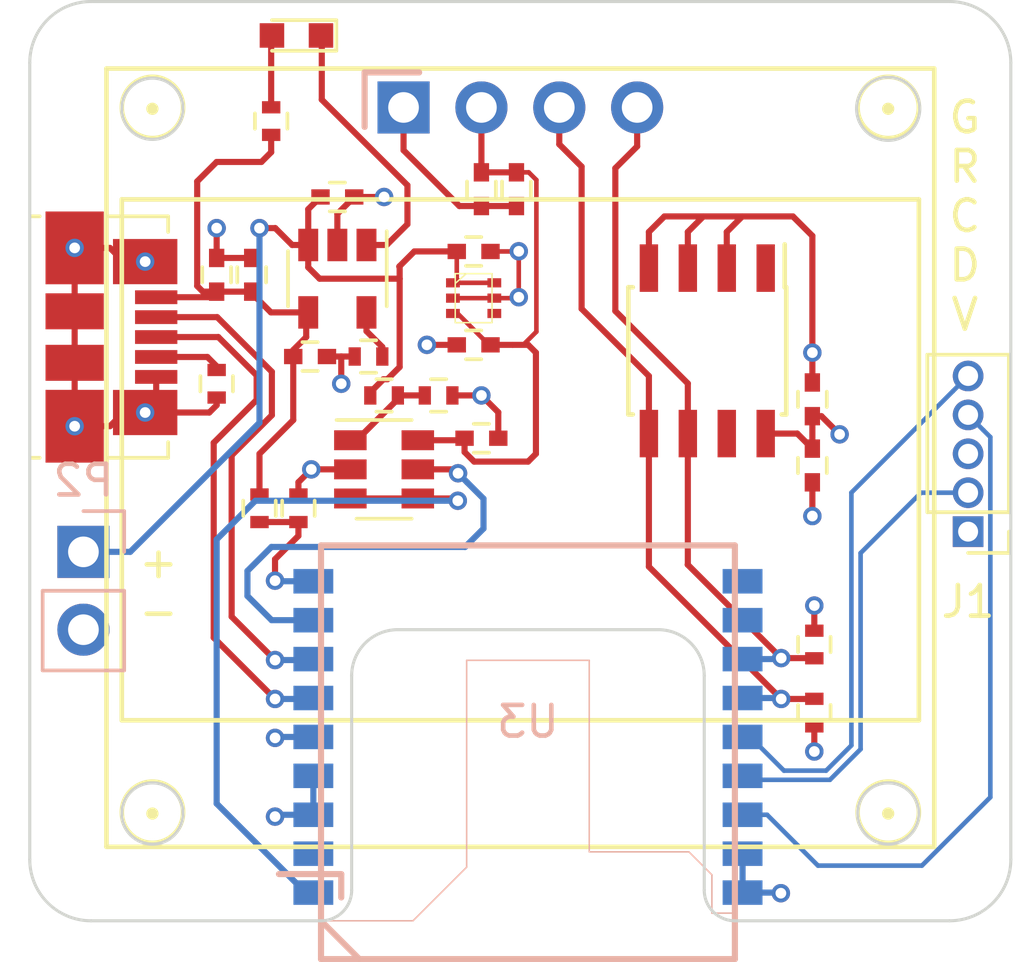
<source format=kicad_pcb>
(kicad_pcb (version 4) (host pcbnew 4.0.6)

  (general
    (links 82)
    (no_connects 0)
    (area 149.949999 69.949999 182.050001 100.050001)
    (thickness 1.6)
    (drawings 30)
    (tracks 266)
    (zones 0)
    (modules 30)
    (nets 20)
  )

  (page A4)
  (layers
    (0 F.Cu signal)
    (1 In1.Cu power hide)
    (2 In2.Cu power hide)
    (31 B.Cu signal)
    (32 B.Adhes user)
    (33 F.Adhes user)
    (34 B.Paste user)
    (35 F.Paste user)
    (36 B.SilkS user)
    (37 F.SilkS user)
    (38 B.Mask user)
    (39 F.Mask user)
    (40 Dwgs.User user)
    (41 Cmts.User user)
    (42 Eco1.User user)
    (43 Eco2.User user)
    (44 Edge.Cuts user)
    (45 Margin user)
    (46 B.CrtYd user)
    (47 F.CrtYd user)
  )

  (setup
    (last_trace_width 0.15)
    (trace_clearance 0.15)
    (zone_clearance 0.508)
    (zone_45_only no)
    (trace_min 0.15)
    (segment_width 0.2)
    (edge_width 0.1)
    (via_size 0.6)
    (via_drill 0.35)
    (via_min_size 0.6)
    (via_min_drill 0.25)
    (uvia_size 0.3)
    (uvia_drill 0.1)
    (uvias_allowed no)
    (uvia_min_size 0.2)
    (uvia_min_drill 0.1)
    (pcb_text_width 0.3)
    (pcb_text_size 1.5 1.5)
    (mod_edge_width 0.15)
    (mod_text_size 1 1)
    (mod_text_width 0.15)
    (pad_size 1.5 1.5)
    (pad_drill 0.6)
    (pad_to_mask_clearance 0)
    (aux_axis_origin 150 100)
    (grid_origin 150 100)
    (visible_elements FFFFEFFF)
    (pcbplotparams
      (layerselection 0x00030_80000001)
      (usegerberextensions false)
      (excludeedgelayer true)
      (linewidth 0.100000)
      (plotframeref false)
      (viasonmask false)
      (mode 1)
      (useauxorigin false)
      (hpglpennumber 1)
      (hpglpenspeed 20)
      (hpglpendiameter 15)
      (hpglpenoverlay 2)
      (psnegative false)
      (psa4output false)
      (plotreference true)
      (plotvalue true)
      (plotinvisibletext false)
      (padsonsilk false)
      (subtractmaskfromsilk false)
      (outputformat 1)
      (mirror false)
      (drillshape 1)
      (scaleselection 1)
      (outputdirectory ""))
  )

  (net 0 "")
  (net 1 GND)
  (net 2 VCC)
  (net 3 /VBAT)
  (net 4 SWDIO)
  (net 5 SWCLK)
  (net 6 ~RST)
  (net 7 "Net-(P1-Pad4)")
  (net 8 I2C1_SCL)
  (net 9 I2C1_SDA)
  (net 10 VUSB_DET)
  (net 11 USBD_N)
  (net 12 USBD_P)
  (net 13 BAT_MEAS)
  (net 14 BAT_MEAS_EN)
  (net 15 "Net-(D1-Pad2)")
  (net 16 "Net-(D1-Pad1)")
  (net 17 "Net-(R7-Pad2)")
  (net 18 "Net-(R8-Pad1)")
  (net 19 /VBUS_AF)

  (net_class Default "Ceci est la Netclass par défaut"
    (clearance 0.15)
    (trace_width 0.15)
    (via_dia 0.6)
    (via_drill 0.35)
    (uvia_dia 0.3)
    (uvia_drill 0.1)
    (add_net /VBAT)
    (add_net /VBUS_AF)
    (add_net BAT_MEAS)
    (add_net BAT_MEAS_EN)
    (add_net GND)
    (add_net I2C1_SCL)
    (add_net I2C1_SDA)
    (add_net "Net-(D1-Pad1)")
    (add_net "Net-(D1-Pad2)")
    (add_net "Net-(P1-Pad4)")
    (add_net "Net-(R7-Pad2)")
    (add_net "Net-(R8-Pad1)")
    (add_net SWCLK)
    (add_net SWDIO)
    (add_net USBD_N)
    (add_net USBD_P)
    (add_net VCC)
    (add_net VUSB_DET)
    (add_net ~RST)
  )

  (module clock_project:oled_display (layer F.Cu) (tedit 59688F7D) (tstamp 592FB3C5)
    (at 166.002 73.457)
    (descr "Through hole angled pin header, 1x04, 2.54mm pitch, 6mm pin length, single row")
    (tags "Through hole angled pin header THT 1x04 2.54mm single row")
    (path /589EF00C)
    (fp_text reference U1 (at -8 2) (layer F.SilkS) hide
      (effects (font (size 1 1) (thickness 0.15)))
    )
    (fp_text value oled_i2c_display_128x64 (at 5.995 4.31 90) (layer F.Fab)
      (effects (font (size 1 1) (thickness 0.15)))
    )
    (fp_line (start -13 3) (end 13 3) (layer F.SilkS) (width 0.15))
    (fp_line (start 13 3) (end 13 20) (layer F.SilkS) (width 0.15))
    (fp_line (start 13 20) (end -13 20) (layer F.SilkS) (width 0.15))
    (fp_line (start -13 20) (end -13 3) (layer F.SilkS) (width 0.15))
    (fp_circle (center 12 23) (end 12 24) (layer F.SilkS) (width 0.15))
    (fp_circle (center -12 23) (end -12 24) (layer F.SilkS) (width 0.15))
    (fp_circle (center 12 0) (end 12 -1) (layer F.SilkS) (width 0.15))
    (fp_circle (center -12 0) (end -12 -1) (layer F.SilkS) (width 0.15))
    (fp_line (start 13.5 -1.27) (end -13.5 -1.27) (layer F.SilkS) (width 0.15))
    (fp_line (start -13.5 -1.27) (end -13.5 24.13) (layer F.SilkS) (width 0.15))
    (fp_line (start -13.5 24.13) (end 13.5 24.13) (layer F.SilkS) (width 0.15))
    (fp_line (start 13.5 24.13) (end 13.5 -1.27) (layer F.SilkS) (width 0.15))
    (fp_line (start -4.215 -0.005) (end -3.575 -0.005) (layer F.Fab) (width 0.1))
    (fp_line (start -1.675 -0.005) (end -1.035 -0.005) (layer F.Fab) (width 0.1))
    (fp_line (start 0.865 -0.005) (end 1.505 -0.005) (layer F.Fab) (width 0.1))
    (fp_line (start 3.405 -0.005) (end 4.045 -0.005) (layer F.Fab) (width 0.1))
    (pad 1 thru_hole rect (at -3.81 0 90) (size 1.7 1.7) (drill 1) (layers *.Cu *.Mask)
      (net 1 GND))
    (pad 2 thru_hole oval (at -1.27 0 90) (size 1.7 1.7) (drill 1) (layers *.Cu *.Mask)
      (net 2 VCC))
    (pad 3 thru_hole oval (at 1.27 0 90) (size 1.7 1.7) (drill 1) (layers *.Cu *.Mask)
      (net 8 I2C1_SCL))
    (pad 4 thru_hole oval (at 3.81 0 90) (size 1.7 1.7) (drill 1) (layers *.Cu *.Mask)
      (net 9 I2C1_SDA))
    (model Pin_Headers.3dshapes/Pin_Header_Angled_1x04_Pitch2.54mm.wrl
      (at (xyz 0 -0.15 0))
      (scale (xyz 1 1 1))
      (rotate (xyz 0 0 90))
    )
  )

  (module Housings_SOIC:SOIC-8_3.9x4.9mm_Pitch1.27mm (layer F.Cu) (tedit 596B48B2) (tstamp 596899E0)
    (at 172.1 81.4 270)
    (descr "8-Lead Plastic Small Outline (SN) - Narrow, 3.90 mm Body [SOIC] (see Microchip Packaging Specification 00000049BS.pdf)")
    (tags "SOIC 1.27")
    (path /5968C1B0)
    (attr smd)
    (fp_text reference U2 (at 0 -3.5 270) (layer F.SilkS) hide
      (effects (font (size 1 1) (thickness 0.15)))
    )
    (fp_text value FM24V10-G (at 0 3.5 270) (layer F.Fab)
      (effects (font (size 1 1) (thickness 0.15)))
    )
    (fp_text user %R (at 0 0 270) (layer F.Fab)
      (effects (font (size 1 1) (thickness 0.15)))
    )
    (fp_line (start -0.95 -2.45) (end 1.95 -2.45) (layer F.Fab) (width 0.1))
    (fp_line (start 1.95 -2.45) (end 1.95 2.45) (layer F.Fab) (width 0.1))
    (fp_line (start 1.95 2.45) (end -1.95 2.45) (layer F.Fab) (width 0.1))
    (fp_line (start -1.95 2.45) (end -1.95 -1.45) (layer F.Fab) (width 0.1))
    (fp_line (start -1.95 -1.45) (end -0.95 -2.45) (layer F.Fab) (width 0.1))
    (fp_line (start -3.73 -2.7) (end -3.73 2.7) (layer F.CrtYd) (width 0.05))
    (fp_line (start 3.73 -2.7) (end 3.73 2.7) (layer F.CrtYd) (width 0.05))
    (fp_line (start -3.73 -2.7) (end 3.73 -2.7) (layer F.CrtYd) (width 0.05))
    (fp_line (start -3.73 2.7) (end 3.73 2.7) (layer F.CrtYd) (width 0.05))
    (fp_line (start -2.075 -2.575) (end -2.075 -2.525) (layer F.SilkS) (width 0.15))
    (fp_line (start 2.075 -2.575) (end 2.075 -2.43) (layer F.SilkS) (width 0.15))
    (fp_line (start 2.075 2.575) (end 2.075 2.43) (layer F.SilkS) (width 0.15))
    (fp_line (start -2.075 2.575) (end -2.075 2.43) (layer F.SilkS) (width 0.15))
    (fp_line (start -2.075 -2.575) (end 2.075 -2.575) (layer F.SilkS) (width 0.15))
    (fp_line (start -2.075 2.575) (end 2.075 2.575) (layer F.SilkS) (width 0.15))
    (fp_line (start -2.075 -2.525) (end -3.475 -2.525) (layer F.SilkS) (width 0.15))
    (pad 1 smd rect (at -2.7 -1.905 270) (size 1.55 0.6) (layers F.Cu F.Paste F.Mask))
    (pad 2 smd rect (at -2.7 -0.635 270) (size 1.55 0.6) (layers F.Cu F.Paste F.Mask)
      (net 1 GND))
    (pad 3 smd rect (at -2.7 0.635 270) (size 1.55 0.6) (layers F.Cu F.Paste F.Mask)
      (net 1 GND))
    (pad 4 smd rect (at -2.7 1.905 270) (size 1.55 0.6) (layers F.Cu F.Paste F.Mask)
      (net 1 GND))
    (pad 5 smd rect (at 2.7 1.905 270) (size 1.55 0.6) (layers F.Cu F.Paste F.Mask)
      (net 8 I2C1_SCL))
    (pad 6 smd rect (at 2.7 0.635 270) (size 1.55 0.6) (layers F.Cu F.Paste F.Mask)
      (net 9 I2C1_SDA))
    (pad 7 smd rect (at 2.7 -0.635 270) (size 1.55 0.6) (layers F.Cu F.Paste F.Mask))
    (pad 8 smd rect (at 2.7 -1.905 270) (size 1.55 0.6) (layers F.Cu F.Paste F.Mask)
      (net 2 VCC))
    (model Housings_SOIC.3dshapes/SOIC-8_3.9x4.9mm_Pitch1.27mm.wrl
      (at (xyz 0 0 0))
      (scale (xyz 1 1 1))
      (rotate (xyz 0 0 0))
    )
  )

  (module STLC01V1:STLC01V1 (layer B.Cu) (tedit 59268C1D) (tstamp 5926983E)
    (at 166.25 94)
    (path /592753D7)
    (fp_text reference U3 (at 0 -0.5) (layer B.SilkS)
      (effects (font (size 1 1) (thickness 0.15)) (justify mirror))
    )
    (fp_text value STLCS01V1 (at 0 0.5) (layer B.Fab)
      (effects (font (size 1 1) (thickness 0.15)) (justify mirror))
    )
    (fp_line (start 6 5.75) (end 6.75 5.75) (layer B.SilkS) (width 0.05))
    (fp_line (start 6 4.5) (end 6 5.75) (layer B.SilkS) (width 0.05))
    (fp_line (start 5.25 3.75) (end 6 4.5) (layer B.SilkS) (width 0.05))
    (fp_line (start 2 3.75) (end 5.25 3.75) (layer B.SilkS) (width 0.05))
    (fp_line (start 2 -2.5) (end 2 3.75) (layer B.SilkS) (width 0.05))
    (fp_line (start -2 -2.5) (end 2 -2.5) (layer B.SilkS) (width 0.05))
    (fp_line (start -2 4.25) (end -2 -2.5) (layer B.SilkS) (width 0.05))
    (fp_line (start -3.75 6) (end -2 4.25) (layer B.SilkS) (width 0.05))
    (fp_line (start -6.75 6) (end -3.75 6) (layer B.SilkS) (width 0.05))
    (fp_line (start -6.75 6) (end -5.5 7.25) (layer B.SilkS) (width 0.2))
    (fp_line (start -6.75 -6.25) (end -6.75 7.25) (layer B.SilkS) (width 0.2))
    (fp_line (start 6.75 -6.25) (end -6.75 -6.25) (layer B.SilkS) (width 0.2))
    (fp_line (start 6.75 7.25) (end 6.75 -6.25) (layer B.SilkS) (width 0.2))
    (fp_line (start -6.75 7.25) (end 6.75 7.25) (layer B.SilkS) (width 0.2))
    (pad 1 smd rect (at -7 5.08) (size 1.3 0.8) (layers B.Cu B.Paste B.Mask)
      (net 13 BAT_MEAS))
    (pad 2 smd rect (at -7 3.81) (size 1.3 0.8) (layers B.Cu B.Paste B.Mask))
    (pad 3 smd rect (at -7 2.54) (size 1.3 0.8) (layers B.Cu B.Paste B.Mask)
      (net 2 VCC))
    (pad 4 smd rect (at -7 1.27) (size 1.3 0.8) (layers B.Cu B.Paste B.Mask)
      (net 2 VCC))
    (pad 5 smd rect (at -7 0) (size 1.3 0.8) (layers B.Cu B.Paste B.Mask)
      (net 1 GND))
    (pad 6 smd rect (at -7 -1.27) (size 1.3 0.8) (layers B.Cu B.Paste B.Mask)
      (net 12 USBD_P))
    (pad 7 smd rect (at -7 -2.54) (size 1.3 0.8) (layers B.Cu B.Paste B.Mask)
      (net 11 USBD_N))
    (pad 8 smd rect (at -7 -3.81) (size 1.3 0.8) (layers B.Cu B.Paste B.Mask)
      (net 14 BAT_MEAS_EN))
    (pad 9 smd rect (at -7 -5.08) (size 1.3 0.8) (layers B.Cu B.Paste B.Mask)
      (net 10 VUSB_DET))
    (pad 10 smd rect (at 7 -5.08) (size 1.3 0.8) (layers B.Cu B.Paste B.Mask))
    (pad 11 smd rect (at 7 -3.81) (size 1.3 0.8) (layers B.Cu B.Paste B.Mask))
    (pad 12 smd rect (at 7 -2.54) (size 1.3 0.8) (layers B.Cu B.Paste B.Mask)
      (net 9 I2C1_SDA))
    (pad 13 smd rect (at 7 -1.27) (size 1.3 0.8) (layers B.Cu B.Paste B.Mask)
      (net 8 I2C1_SCL))
    (pad 14 smd rect (at 7 0) (size 1.3 0.8) (layers B.Cu B.Paste B.Mask)
      (net 6 ~RST))
    (pad 15 smd rect (at 7 1.27) (size 1.3 0.8) (layers B.Cu B.Paste B.Mask)
      (net 5 SWCLK))
    (pad 16 smd rect (at 7 2.54) (size 1.3 0.8) (layers B.Cu B.Paste B.Mask)
      (net 4 SWDIO))
    (pad 17 smd rect (at 7 3.81) (size 1.3 0.8) (layers B.Cu B.Paste B.Mask)
      (net 1 GND))
    (pad 18 smd rect (at 7 5.08) (size 1.3 0.8) (layers B.Cu B.Paste B.Mask)
      (net 1 GND))
  )

  (module Capacitors_SMD:C_0402 (layer F.Cu) (tedit 59688F73) (tstamp 59269619)
    (at 164.732 76.124 270)
    (descr "Capacitor SMD 0402, reflow soldering, AVX (see smccp.pdf)")
    (tags "capacitor 0402")
    (path /58A04A2F)
    (attr smd)
    (fp_text reference C1 (at 0 1.524 270) (layer F.SilkS) hide
      (effects (font (size 1 1) (thickness 0.15)))
    )
    (fp_text value 100n (at 0 1.27 270) (layer F.Fab)
      (effects (font (size 1 1) (thickness 0.15)))
    )
    (fp_text user %R (at 0 -1.27 270) (layer F.Fab)
      (effects (font (size 1 1) (thickness 0.15)))
    )
    (fp_line (start -0.5 0.25) (end -0.5 -0.25) (layer F.Fab) (width 0.1))
    (fp_line (start 0.5 0.25) (end -0.5 0.25) (layer F.Fab) (width 0.1))
    (fp_line (start 0.5 -0.25) (end 0.5 0.25) (layer F.Fab) (width 0.1))
    (fp_line (start -0.5 -0.25) (end 0.5 -0.25) (layer F.Fab) (width 0.1))
    (fp_line (start 0.25 -0.47) (end -0.25 -0.47) (layer F.SilkS) (width 0.12))
    (fp_line (start -0.25 0.47) (end 0.25 0.47) (layer F.SilkS) (width 0.12))
    (fp_line (start -1 -0.4) (end 1 -0.4) (layer F.CrtYd) (width 0.05))
    (fp_line (start -1 -0.4) (end -1 0.4) (layer F.CrtYd) (width 0.05))
    (fp_line (start 1 0.4) (end 1 -0.4) (layer F.CrtYd) (width 0.05))
    (fp_line (start 1 0.4) (end -1 0.4) (layer F.CrtYd) (width 0.05))
    (pad 1 smd rect (at -0.55 0 270) (size 0.6 0.5) (layers F.Cu F.Paste F.Mask)
      (net 2 VCC))
    (pad 2 smd rect (at 0.55 0 270) (size 0.6 0.5) (layers F.Cu F.Paste F.Mask)
      (net 1 GND))
    (model Capacitors_SMD.3dshapes/C_0402.wrl
      (at (xyz 0 0 0))
      (scale (xyz 1 1 1))
      (rotate (xyz 0 0 0))
    )
  )

  (module Capacitors_SMD:C_0402 (layer F.Cu) (tedit 59688F78) (tstamp 5926962A)
    (at 165.875 76.124 270)
    (descr "Capacitor SMD 0402, reflow soldering, AVX (see smccp.pdf)")
    (tags "capacitor 0402")
    (path /58A04A35)
    (attr smd)
    (fp_text reference C2 (at 0 -1.651 270) (layer F.SilkS) hide
      (effects (font (size 1 1) (thickness 0.15)))
    )
    (fp_text value 10u (at 0 1.27 270) (layer F.Fab)
      (effects (font (size 1 1) (thickness 0.15)))
    )
    (fp_text user %R (at 0 -1.27 270) (layer F.Fab)
      (effects (font (size 1 1) (thickness 0.15)))
    )
    (fp_line (start -0.5 0.25) (end -0.5 -0.25) (layer F.Fab) (width 0.1))
    (fp_line (start 0.5 0.25) (end -0.5 0.25) (layer F.Fab) (width 0.1))
    (fp_line (start 0.5 -0.25) (end 0.5 0.25) (layer F.Fab) (width 0.1))
    (fp_line (start -0.5 -0.25) (end 0.5 -0.25) (layer F.Fab) (width 0.1))
    (fp_line (start 0.25 -0.47) (end -0.25 -0.47) (layer F.SilkS) (width 0.12))
    (fp_line (start -0.25 0.47) (end 0.25 0.47) (layer F.SilkS) (width 0.12))
    (fp_line (start -1 -0.4) (end 1 -0.4) (layer F.CrtYd) (width 0.05))
    (fp_line (start -1 -0.4) (end -1 0.4) (layer F.CrtYd) (width 0.05))
    (fp_line (start 1 0.4) (end 1 -0.4) (layer F.CrtYd) (width 0.05))
    (fp_line (start 1 0.4) (end -1 0.4) (layer F.CrtYd) (width 0.05))
    (pad 1 smd rect (at -0.55 0 270) (size 0.6 0.5) (layers F.Cu F.Paste F.Mask)
      (net 2 VCC))
    (pad 2 smd rect (at 0.55 0 270) (size 0.6 0.5) (layers F.Cu F.Paste F.Mask)
      (net 1 GND))
    (model Capacitors_SMD.3dshapes/C_0402.wrl
      (at (xyz 0 0 0))
      (scale (xyz 1 1 1))
      (rotate (xyz 0 0 0))
    )
  )

  (module Capacitors_SMD:C_0402 (layer F.Cu) (tedit 59688F63) (tstamp 5926964C)
    (at 156.096 78.918 90)
    (descr "Capacitor SMD 0402, reflow soldering, AVX (see smccp.pdf)")
    (tags "capacitor 0402")
    (path /589F7E55)
    (attr smd)
    (fp_text reference C4 (at 0 -1.27 90) (layer F.SilkS) hide
      (effects (font (size 1 1) (thickness 0.15)))
    )
    (fp_text value 10u (at 0 1.27 90) (layer F.Fab)
      (effects (font (size 1 1) (thickness 0.15)))
    )
    (fp_text user %R (at 0 -1.27 90) (layer F.Fab)
      (effects (font (size 1 1) (thickness 0.15)))
    )
    (fp_line (start -0.5 0.25) (end -0.5 -0.25) (layer F.Fab) (width 0.1))
    (fp_line (start 0.5 0.25) (end -0.5 0.25) (layer F.Fab) (width 0.1))
    (fp_line (start 0.5 -0.25) (end 0.5 0.25) (layer F.Fab) (width 0.1))
    (fp_line (start -0.5 -0.25) (end 0.5 -0.25) (layer F.Fab) (width 0.1))
    (fp_line (start 0.25 -0.47) (end -0.25 -0.47) (layer F.SilkS) (width 0.12))
    (fp_line (start -0.25 0.47) (end 0.25 0.47) (layer F.SilkS) (width 0.12))
    (fp_line (start -1 -0.4) (end 1 -0.4) (layer F.CrtYd) (width 0.05))
    (fp_line (start -1 -0.4) (end -1 0.4) (layer F.CrtYd) (width 0.05))
    (fp_line (start 1 0.4) (end 1 -0.4) (layer F.CrtYd) (width 0.05))
    (fp_line (start 1 0.4) (end -1 0.4) (layer F.CrtYd) (width 0.05))
    (pad 1 smd rect (at -0.55 0 90) (size 0.6 0.5) (layers F.Cu F.Paste F.Mask)
      (net 19 /VBUS_AF))
    (pad 2 smd rect (at 0.55 0 90) (size 0.6 0.5) (layers F.Cu F.Paste F.Mask)
      (net 1 GND))
    (model Capacitors_SMD.3dshapes/C_0402.wrl
      (at (xyz 0 0 0))
      (scale (xyz 1 1 1))
      (rotate (xyz 0 0 0))
    )
  )

  (module Capacitors_SMD:C_0402 (layer F.Cu) (tedit 59688F68) (tstamp 5926965D)
    (at 157.239 78.918 90)
    (descr "Capacitor SMD 0402, reflow soldering, AVX (see smccp.pdf)")
    (tags "capacitor 0402")
    (path /589F8043)
    (attr smd)
    (fp_text reference C5 (at 0 -1.27 90) (layer F.SilkS) hide
      (effects (font (size 1 1) (thickness 0.15)))
    )
    (fp_text value 100n (at 0 1.27 90) (layer F.Fab)
      (effects (font (size 1 1) (thickness 0.15)))
    )
    (fp_text user %R (at 0 -1.27 90) (layer F.Fab)
      (effects (font (size 1 1) (thickness 0.15)))
    )
    (fp_line (start -0.5 0.25) (end -0.5 -0.25) (layer F.Fab) (width 0.1))
    (fp_line (start 0.5 0.25) (end -0.5 0.25) (layer F.Fab) (width 0.1))
    (fp_line (start 0.5 -0.25) (end 0.5 0.25) (layer F.Fab) (width 0.1))
    (fp_line (start -0.5 -0.25) (end 0.5 -0.25) (layer F.Fab) (width 0.1))
    (fp_line (start 0.25 -0.47) (end -0.25 -0.47) (layer F.SilkS) (width 0.12))
    (fp_line (start -0.25 0.47) (end 0.25 0.47) (layer F.SilkS) (width 0.12))
    (fp_line (start -1 -0.4) (end 1 -0.4) (layer F.CrtYd) (width 0.05))
    (fp_line (start -1 -0.4) (end -1 0.4) (layer F.CrtYd) (width 0.05))
    (fp_line (start 1 0.4) (end 1 -0.4) (layer F.CrtYd) (width 0.05))
    (fp_line (start 1 0.4) (end -1 0.4) (layer F.CrtYd) (width 0.05))
    (pad 1 smd rect (at -0.55 0 90) (size 0.6 0.5) (layers F.Cu F.Paste F.Mask)
      (net 19 /VBUS_AF))
    (pad 2 smd rect (at 0.55 0 90) (size 0.6 0.5) (layers F.Cu F.Paste F.Mask)
      (net 1 GND))
    (model Capacitors_SMD.3dshapes/C_0402.wrl
      (at (xyz 0 0 0))
      (scale (xyz 1 1 1))
      (rotate (xyz 0 0 0))
    )
  )

  (module Capacitors_SMD:C_0402 (layer F.Cu) (tedit 59688EB3) (tstamp 5926966E)
    (at 159.144 81.585)
    (descr "Capacitor SMD 0402, reflow soldering, AVX (see smccp.pdf)")
    (tags "capacitor 0402")
    (path /58A176B5)
    (attr smd)
    (fp_text reference C6 (at 0 1.397) (layer F.SilkS) hide
      (effects (font (size 1 1) (thickness 0.15)))
    )
    (fp_text value 4.7u (at 0 1.27) (layer F.Fab)
      (effects (font (size 1 1) (thickness 0.15)))
    )
    (fp_text user %R (at 0 -1.27) (layer F.Fab)
      (effects (font (size 1 1) (thickness 0.15)))
    )
    (fp_line (start -0.5 0.25) (end -0.5 -0.25) (layer F.Fab) (width 0.1))
    (fp_line (start 0.5 0.25) (end -0.5 0.25) (layer F.Fab) (width 0.1))
    (fp_line (start 0.5 -0.25) (end 0.5 0.25) (layer F.Fab) (width 0.1))
    (fp_line (start -0.5 -0.25) (end 0.5 -0.25) (layer F.Fab) (width 0.1))
    (fp_line (start 0.25 -0.47) (end -0.25 -0.47) (layer F.SilkS) (width 0.12))
    (fp_line (start -0.25 0.47) (end 0.25 0.47) (layer F.SilkS) (width 0.12))
    (fp_line (start -1 -0.4) (end 1 -0.4) (layer F.CrtYd) (width 0.05))
    (fp_line (start -1 -0.4) (end -1 0.4) (layer F.CrtYd) (width 0.05))
    (fp_line (start 1 0.4) (end 1 -0.4) (layer F.CrtYd) (width 0.05))
    (fp_line (start 1 0.4) (end -1 0.4) (layer F.CrtYd) (width 0.05))
    (pad 1 smd rect (at -0.55 0) (size 0.6 0.5) (layers F.Cu F.Paste F.Mask)
      (net 19 /VBUS_AF))
    (pad 2 smd rect (at 0.55 0) (size 0.6 0.5) (layers F.Cu F.Paste F.Mask)
      (net 1 GND))
    (model Capacitors_SMD.3dshapes/C_0402.wrl
      (at (xyz 0 0 0))
      (scale (xyz 1 1 1))
      (rotate (xyz 0 0 0))
    )
  )

  (module Capacitors_SMD:C_0402 (layer F.Cu) (tedit 59688F80) (tstamp 5926967F)
    (at 160.033 76.378)
    (descr "Capacitor SMD 0402, reflow soldering, AVX (see smccp.pdf)")
    (tags "capacitor 0402")
    (path /589FAA90)
    (attr smd)
    (fp_text reference C7 (at 0 -1.27) (layer F.SilkS) hide
      (effects (font (size 1 1) (thickness 0.15)))
    )
    (fp_text value 4.7u (at 0 1.27) (layer F.Fab)
      (effects (font (size 1 1) (thickness 0.15)))
    )
    (fp_text user %R (at 0 -1.27) (layer F.Fab)
      (effects (font (size 1 1) (thickness 0.15)))
    )
    (fp_line (start -0.5 0.25) (end -0.5 -0.25) (layer F.Fab) (width 0.1))
    (fp_line (start 0.5 0.25) (end -0.5 0.25) (layer F.Fab) (width 0.1))
    (fp_line (start 0.5 -0.25) (end 0.5 0.25) (layer F.Fab) (width 0.1))
    (fp_line (start -0.5 -0.25) (end 0.5 -0.25) (layer F.Fab) (width 0.1))
    (fp_line (start 0.25 -0.47) (end -0.25 -0.47) (layer F.SilkS) (width 0.12))
    (fp_line (start -0.25 0.47) (end 0.25 0.47) (layer F.SilkS) (width 0.12))
    (fp_line (start -1 -0.4) (end 1 -0.4) (layer F.CrtYd) (width 0.05))
    (fp_line (start -1 -0.4) (end -1 0.4) (layer F.CrtYd) (width 0.05))
    (fp_line (start 1 0.4) (end 1 -0.4) (layer F.CrtYd) (width 0.05))
    (fp_line (start 1 0.4) (end -1 0.4) (layer F.CrtYd) (width 0.05))
    (pad 1 smd rect (at -0.55 0) (size 0.6 0.5) (layers F.Cu F.Paste F.Mask)
      (net 3 /VBAT))
    (pad 2 smd rect (at 0.55 0) (size 0.6 0.5) (layers F.Cu F.Paste F.Mask)
      (net 1 GND))
    (model Capacitors_SMD.3dshapes/C_0402.wrl
      (at (xyz 0 0 0))
      (scale (xyz 1 1 1))
      (rotate (xyz 0 0 0))
    )
  )

  (module Pin_Headers:Pin_Header_Straight_1x05_Pitch1.27mm (layer F.Cu) (tedit 58CD4ED0) (tstamp 592696EC)
    (at 180.607 87.3 180)
    (descr "Through hole straight pin header, 1x05, 1.27mm pitch, single row")
    (tags "Through hole pin header THT 1x05 1.27mm single row")
    (path /59228B00)
    (fp_text reference J1 (at 0 -2.286 180) (layer F.SilkS)
      (effects (font (size 1 1) (thickness 0.15)))
    )
    (fp_text value CONN_01X05 (at 0 6.775 180) (layer F.Fab)
      (effects (font (size 1 1) (thickness 0.15)))
    )
    (fp_line (start -1.27 -0.635) (end -1.27 5.715) (layer F.Fab) (width 0.1))
    (fp_line (start -1.27 5.715) (end 1.27 5.715) (layer F.Fab) (width 0.1))
    (fp_line (start 1.27 5.715) (end 1.27 -0.635) (layer F.Fab) (width 0.1))
    (fp_line (start 1.27 -0.635) (end -1.27 -0.635) (layer F.Fab) (width 0.1))
    (fp_line (start -1.33 0.635) (end -1.33 5.775) (layer F.SilkS) (width 0.12))
    (fp_line (start -1.33 5.775) (end 1.33 5.775) (layer F.SilkS) (width 0.12))
    (fp_line (start 1.33 5.775) (end 1.33 0.635) (layer F.SilkS) (width 0.12))
    (fp_line (start 1.33 0.635) (end -1.33 0.635) (layer F.SilkS) (width 0.12))
    (fp_line (start -1.33 0) (end -1.33 -0.695) (layer F.SilkS) (width 0.12))
    (fp_line (start -1.33 -0.695) (end 0 -0.695) (layer F.SilkS) (width 0.12))
    (fp_line (start -1.8 -1.15) (end -1.8 6.25) (layer F.CrtYd) (width 0.05))
    (fp_line (start -1.8 6.25) (end 1.8 6.25) (layer F.CrtYd) (width 0.05))
    (fp_line (start 1.8 6.25) (end 1.8 -1.15) (layer F.CrtYd) (width 0.05))
    (fp_line (start 1.8 -1.15) (end -1.8 -1.15) (layer F.CrtYd) (width 0.05))
    (fp_text user %R (at 0 -1.695 180) (layer F.Fab)
      (effects (font (size 1 1) (thickness 0.15)))
    )
    (pad 1 thru_hole rect (at 0 0 180) (size 1 1) (drill 0.65) (layers *.Cu *.Mask)
      (net 2 VCC))
    (pad 2 thru_hole oval (at 0 1.27 180) (size 1 1) (drill 0.65) (layers *.Cu *.Mask)
      (net 5 SWCLK))
    (pad 3 thru_hole oval (at 0 2.54 180) (size 1 1) (drill 0.65) (layers *.Cu *.Mask)
      (net 1 GND))
    (pad 4 thru_hole oval (at 0 3.81 180) (size 1 1) (drill 0.65) (layers *.Cu *.Mask)
      (net 4 SWDIO))
    (pad 5 thru_hole oval (at 0 5.08 180) (size 1 1) (drill 0.65) (layers *.Cu *.Mask)
      (net 6 ~RST))
    (model ${KISYS3DMOD}/Pin_Headers.3dshapes/Pin_Header_Straight_1x05_Pitch1.27mm.wrl
      (at (xyz 0 0 0))
      (scale (xyz 1 1 1))
      (rotate (xyz 0 0 0))
    )
  )

  (module Connectors_Molex:USB_Micro-B_Molex_47346-0001 (layer F.Cu) (tedit 59688F98) (tstamp 5926972D)
    (at 152.794 80.95)
    (descr http://www.molex.com/pdm_docs/sd/473460001_sd.pdf)
    (tags "Micro-USB SMD")
    (path /589EF330)
    (attr smd)
    (fp_text reference P1 (at -1.27 -5.842) (layer F.SilkS) hide
      (effects (font (size 1 1) (thickness 0.15)))
    )
    (fp_text value USB_OTG (at 0.07 -5.97) (layer F.Fab)
      (effects (font (size 1 1) (thickness 0.15)))
    )
    (fp_text user "PCB Front Edge" (at -2.85 7.62 90) (layer Dwgs.User)
      (effects (font (size 0.4 0.4) (thickness 0.04)))
    )
    (fp_line (start 1.72 3.94) (end 1.72 3.43) (layer F.SilkS) (width 0.12))
    (fp_line (start -3.74 4.6) (end -3.74 -4.6) (layer F.CrtYd) (width 0.05))
    (fp_line (start 2.52 4.6) (end -3.74 4.6) (layer F.CrtYd) (width 0.05))
    (fp_line (start 2.52 -4.6) (end 2.52 4.6) (layer F.CrtYd) (width 0.05))
    (fp_line (start -3.74 -4.6) (end 2.52 -4.6) (layer F.CrtYd) (width 0.05))
    (fp_line (start -3.48 3.75) (end -3.48 -3.75) (layer F.Fab) (width 0.1))
    (fp_line (start 1.52 3.75) (end -3.48 3.75) (layer F.Fab) (width 0.1))
    (fp_line (start 1.52 -3.75) (end 1.52 3.75) (layer F.Fab) (width 0.1))
    (fp_line (start -3.48 -3.75) (end 1.52 -3.75) (layer F.Fab) (width 0.1))
    (fp_line (start -2.47 3.94) (end -2.73 3.94) (layer F.SilkS) (width 0.12))
    (fp_line (start 1.72 3.94) (end -0.19 3.94) (layer F.SilkS) (width 0.12))
    (fp_line (start 1.72 -3.94) (end 1.72 -3.43) (layer F.SilkS) (width 0.12))
    (fp_line (start -0.19 -3.94) (end 1.72 -3.94) (layer F.SilkS) (width 0.12))
    (fp_line (start -2.73 -3.94) (end -2.47 -3.94) (layer F.SilkS) (width 0.12))
    (fp_line (start -2.78 -5) (end -2.78 5) (layer Dwgs.User) (width 0.15))
    (pad 1 smd rect (at 1.33 -1.3) (size 1.38 0.45) (layers F.Cu F.Paste F.Mask)
      (net 19 /VBUS_AF))
    (pad 2 smd rect (at 1.33 -0.65) (size 1.38 0.45) (layers F.Cu F.Paste F.Mask)
      (net 11 USBD_N))
    (pad 3 smd rect (at 1.33 0) (size 1.38 0.45) (layers F.Cu F.Paste F.Mask)
      (net 12 USBD_P))
    (pad 4 smd rect (at 1.33 0.65) (size 1.38 0.45) (layers F.Cu F.Paste F.Mask)
      (net 7 "Net-(P1-Pad4)"))
    (pad 5 smd rect (at 1.33 1.3) (size 1.38 0.45) (layers F.Cu F.Paste F.Mask)
      (net 1 GND))
    (pad 6 smd rect (at 0.97 -2.4625) (size 2.1 1.475) (layers F.Cu F.Paste F.Mask)
      (net 1 GND))
    (pad 6 smd rect (at 0.97 2.4625) (size 2.1 1.475) (layers F.Cu F.Paste F.Mask)
      (net 1 GND))
    (pad 6 smd rect (at -1.33 -2.91) (size 1.9 2.375) (layers F.Cu F.Paste F.Mask)
      (net 1 GND))
    (pad 6 smd rect (at -1.33 2.91) (size 1.9 2.375) (layers F.Cu F.Paste F.Mask)
      (net 1 GND))
    (pad 6 smd rect (at -1.33 -0.84) (size 1.9 1.175) (layers F.Cu F.Paste F.Mask)
      (net 1 GND))
    (pad 6 smd rect (at -1.33 0.84) (size 1.9 1.175) (layers F.Cu F.Paste F.Mask)
      (net 1 GND))
    (model Connectors_Molex.3dshapes/USB_Micro-B_Molex_47346-0001.wrl
      (at (xyz -0.05 0 0.05))
      (scale (xyz 0.39 0.39 0.39))
      (rotate (xyz -90 0 90))
    )
  )

  (module Pin_Headers:Pin_Header_Straight_1x02_Pitch2.54mm (layer B.Cu) (tedit 58CD4EC1) (tstamp 59269742)
    (at 151.75 87.96 180)
    (descr "Through hole straight pin header, 1x02, 2.54mm pitch, single row")
    (tags "Through hole pin header THT 1x02 2.54mm single row")
    (path /58AB1493)
    (fp_text reference P2 (at 0 2.33 180) (layer B.SilkS)
      (effects (font (size 1 1) (thickness 0.15)) (justify mirror))
    )
    (fp_text value CONN_01X02 (at 0 -4.87 180) (layer B.Fab)
      (effects (font (size 1 1) (thickness 0.15)) (justify mirror))
    )
    (fp_line (start -1.27 1.27) (end -1.27 -3.81) (layer B.Fab) (width 0.1))
    (fp_line (start -1.27 -3.81) (end 1.27 -3.81) (layer B.Fab) (width 0.1))
    (fp_line (start 1.27 -3.81) (end 1.27 1.27) (layer B.Fab) (width 0.1))
    (fp_line (start 1.27 1.27) (end -1.27 1.27) (layer B.Fab) (width 0.1))
    (fp_line (start -1.33 -1.27) (end -1.33 -3.87) (layer B.SilkS) (width 0.12))
    (fp_line (start -1.33 -3.87) (end 1.33 -3.87) (layer B.SilkS) (width 0.12))
    (fp_line (start 1.33 -3.87) (end 1.33 -1.27) (layer B.SilkS) (width 0.12))
    (fp_line (start 1.33 -1.27) (end -1.33 -1.27) (layer B.SilkS) (width 0.12))
    (fp_line (start -1.33 0) (end -1.33 1.33) (layer B.SilkS) (width 0.12))
    (fp_line (start -1.33 1.33) (end 0 1.33) (layer B.SilkS) (width 0.12))
    (fp_line (start -1.8 1.8) (end -1.8 -4.35) (layer B.CrtYd) (width 0.05))
    (fp_line (start -1.8 -4.35) (end 1.8 -4.35) (layer B.CrtYd) (width 0.05))
    (fp_line (start 1.8 -4.35) (end 1.8 1.8) (layer B.CrtYd) (width 0.05))
    (fp_line (start 1.8 1.8) (end -1.8 1.8) (layer B.CrtYd) (width 0.05))
    (fp_text user %R (at 0 2.33 180) (layer B.Fab)
      (effects (font (size 1 1) (thickness 0.15)) (justify mirror))
    )
    (pad 1 thru_hole rect (at 0 0 180) (size 1.7 1.7) (drill 1) (layers *.Cu *.Mask)
      (net 3 /VBAT))
    (pad 2 thru_hole oval (at 0 -2.54 180) (size 1.7 1.7) (drill 1) (layers *.Cu *.Mask)
      (net 1 GND))
    (model ${KISYS3DMOD}/Pin_Headers.3dshapes/Pin_Header_Straight_1x02_Pitch2.54mm.wrl
      (at (xyz 0 -0.05 0))
      (scale (xyz 1 1 1))
      (rotate (xyz 0 0 90))
    )
  )

  (module Resistors_SMD:R_0402 (layer F.Cu) (tedit 59688F60) (tstamp 59269753)
    (at 156.096 82.474 90)
    (descr "Resistor SMD 0402, reflow soldering, Vishay (see dcrcw.pdf)")
    (tags "resistor 0402")
    (path /589F64B6)
    (attr smd)
    (fp_text reference R1 (at 0 -1.35 90) (layer F.SilkS) hide
      (effects (font (size 1 1) (thickness 0.15)))
    )
    (fp_text value 100k (at 0 1.45 90) (layer F.Fab)
      (effects (font (size 1 1) (thickness 0.15)))
    )
    (fp_text user %R (at 0 -1.35 90) (layer F.Fab)
      (effects (font (size 1 1) (thickness 0.15)))
    )
    (fp_line (start -0.5 0.25) (end -0.5 -0.25) (layer F.Fab) (width 0.1))
    (fp_line (start 0.5 0.25) (end -0.5 0.25) (layer F.Fab) (width 0.1))
    (fp_line (start 0.5 -0.25) (end 0.5 0.25) (layer F.Fab) (width 0.1))
    (fp_line (start -0.5 -0.25) (end 0.5 -0.25) (layer F.Fab) (width 0.1))
    (fp_line (start 0.25 -0.53) (end -0.25 -0.53) (layer F.SilkS) (width 0.12))
    (fp_line (start -0.25 0.53) (end 0.25 0.53) (layer F.SilkS) (width 0.12))
    (fp_line (start -0.8 -0.45) (end 0.8 -0.45) (layer F.CrtYd) (width 0.05))
    (fp_line (start -0.8 -0.45) (end -0.8 0.45) (layer F.CrtYd) (width 0.05))
    (fp_line (start 0.8 0.45) (end 0.8 -0.45) (layer F.CrtYd) (width 0.05))
    (fp_line (start 0.8 0.45) (end -0.8 0.45) (layer F.CrtYd) (width 0.05))
    (pad 1 smd rect (at -0.45 0 90) (size 0.4 0.6) (layers F.Cu F.Paste F.Mask)
      (net 1 GND))
    (pad 2 smd rect (at 0.45 0 90) (size 0.4 0.6) (layers F.Cu F.Paste F.Mask)
      (net 7 "Net-(P1-Pad4)"))
    (model ${KISYS3DMOD}/Resistors_SMD.3dshapes/R_0402.wrl
      (at (xyz 0 0 0))
      (scale (xyz 1 1 1))
      (rotate (xyz 0 0 0))
    )
  )

  (module Resistors_SMD:R_0402 (layer F.Cu) (tedit 59688F8E) (tstamp 59269764)
    (at 175.5905 90.983 90)
    (descr "Resistor SMD 0402, reflow soldering, Vishay (see dcrcw.pdf)")
    (tags "resistor 0402")
    (path /58F79157)
    (attr smd)
    (fp_text reference R4 (at 0 -1.35 90) (layer F.SilkS) hide
      (effects (font (size 1 1) (thickness 0.15)))
    )
    (fp_text value 5.1k (at 0 1.45 90) (layer F.Fab)
      (effects (font (size 1 1) (thickness 0.15)))
    )
    (fp_text user %R (at 0 -1.35 90) (layer F.Fab)
      (effects (font (size 1 1) (thickness 0.15)))
    )
    (fp_line (start -0.5 0.25) (end -0.5 -0.25) (layer F.Fab) (width 0.1))
    (fp_line (start 0.5 0.25) (end -0.5 0.25) (layer F.Fab) (width 0.1))
    (fp_line (start 0.5 -0.25) (end 0.5 0.25) (layer F.Fab) (width 0.1))
    (fp_line (start -0.5 -0.25) (end 0.5 -0.25) (layer F.Fab) (width 0.1))
    (fp_line (start 0.25 -0.53) (end -0.25 -0.53) (layer F.SilkS) (width 0.12))
    (fp_line (start -0.25 0.53) (end 0.25 0.53) (layer F.SilkS) (width 0.12))
    (fp_line (start -0.8 -0.45) (end 0.8 -0.45) (layer F.CrtYd) (width 0.05))
    (fp_line (start -0.8 -0.45) (end -0.8 0.45) (layer F.CrtYd) (width 0.05))
    (fp_line (start 0.8 0.45) (end 0.8 -0.45) (layer F.CrtYd) (width 0.05))
    (fp_line (start 0.8 0.45) (end -0.8 0.45) (layer F.CrtYd) (width 0.05))
    (pad 1 smd rect (at -0.45 0 90) (size 0.4 0.6) (layers F.Cu F.Paste F.Mask)
      (net 9 I2C1_SDA))
    (pad 2 smd rect (at 0.45 0 90) (size 0.4 0.6) (layers F.Cu F.Paste F.Mask)
      (net 2 VCC))
    (model ${KISYS3DMOD}/Resistors_SMD.3dshapes/R_0402.wrl
      (at (xyz 0 0 0))
      (scale (xyz 1 1 1))
      (rotate (xyz 0 0 0))
    )
  )

  (module Resistors_SMD:R_0402 (layer F.Cu) (tedit 59688F8B) (tstamp 59269775)
    (at 175.5905 93.2055 270)
    (descr "Resistor SMD 0402, reflow soldering, Vishay (see dcrcw.pdf)")
    (tags "resistor 0402")
    (path /58F7940B)
    (attr smd)
    (fp_text reference R5 (at 0 -1.35 270) (layer F.SilkS) hide
      (effects (font (size 1 1) (thickness 0.15)))
    )
    (fp_text value 5.1k (at 0 1.45 270) (layer F.Fab)
      (effects (font (size 1 1) (thickness 0.15)))
    )
    (fp_text user %R (at 0 -1.35 270) (layer F.Fab)
      (effects (font (size 1 1) (thickness 0.15)))
    )
    (fp_line (start -0.5 0.25) (end -0.5 -0.25) (layer F.Fab) (width 0.1))
    (fp_line (start 0.5 0.25) (end -0.5 0.25) (layer F.Fab) (width 0.1))
    (fp_line (start 0.5 -0.25) (end 0.5 0.25) (layer F.Fab) (width 0.1))
    (fp_line (start -0.5 -0.25) (end 0.5 -0.25) (layer F.Fab) (width 0.1))
    (fp_line (start 0.25 -0.53) (end -0.25 -0.53) (layer F.SilkS) (width 0.12))
    (fp_line (start -0.25 0.53) (end 0.25 0.53) (layer F.SilkS) (width 0.12))
    (fp_line (start -0.8 -0.45) (end 0.8 -0.45) (layer F.CrtYd) (width 0.05))
    (fp_line (start -0.8 -0.45) (end -0.8 0.45) (layer F.CrtYd) (width 0.05))
    (fp_line (start 0.8 0.45) (end 0.8 -0.45) (layer F.CrtYd) (width 0.05))
    (fp_line (start 0.8 0.45) (end -0.8 0.45) (layer F.CrtYd) (width 0.05))
    (pad 1 smd rect (at -0.45 0 270) (size 0.4 0.6) (layers F.Cu F.Paste F.Mask)
      (net 8 I2C1_SCL))
    (pad 2 smd rect (at 0.45 0 270) (size 0.4 0.6) (layers F.Cu F.Paste F.Mask)
      (net 2 VCC))
    (model ${KISYS3DMOD}/Resistors_SMD.3dshapes/R_0402.wrl
      (at (xyz 0 0 0))
      (scale (xyz 1 1 1))
      (rotate (xyz 0 0 0))
    )
  )

  (module Resistors_SMD:R_0402 (layer F.Cu) (tedit 59688F6C) (tstamp 59269786)
    (at 161.049 81.585)
    (descr "Resistor SMD 0402, reflow soldering, Vishay (see dcrcw.pdf)")
    (tags "resistor 0402")
    (path /589F83EB)
    (attr smd)
    (fp_text reference R7 (at 0 -1.35) (layer F.SilkS) hide
      (effects (font (size 1 1) (thickness 0.15)))
    )
    (fp_text value 2k (at 0 1.45) (layer F.Fab)
      (effects (font (size 1 1) (thickness 0.15)))
    )
    (fp_text user %R (at 0 -1.35) (layer F.Fab)
      (effects (font (size 1 1) (thickness 0.15)))
    )
    (fp_line (start -0.5 0.25) (end -0.5 -0.25) (layer F.Fab) (width 0.1))
    (fp_line (start 0.5 0.25) (end -0.5 0.25) (layer F.Fab) (width 0.1))
    (fp_line (start 0.5 -0.25) (end 0.5 0.25) (layer F.Fab) (width 0.1))
    (fp_line (start -0.5 -0.25) (end 0.5 -0.25) (layer F.Fab) (width 0.1))
    (fp_line (start 0.25 -0.53) (end -0.25 -0.53) (layer F.SilkS) (width 0.12))
    (fp_line (start -0.25 0.53) (end 0.25 0.53) (layer F.SilkS) (width 0.12))
    (fp_line (start -0.8 -0.45) (end 0.8 -0.45) (layer F.CrtYd) (width 0.05))
    (fp_line (start -0.8 -0.45) (end -0.8 0.45) (layer F.CrtYd) (width 0.05))
    (fp_line (start 0.8 0.45) (end 0.8 -0.45) (layer F.CrtYd) (width 0.05))
    (fp_line (start 0.8 0.45) (end -0.8 0.45) (layer F.CrtYd) (width 0.05))
    (pad 1 smd rect (at -0.45 0) (size 0.4 0.6) (layers F.Cu F.Paste F.Mask)
      (net 1 GND))
    (pad 2 smd rect (at 0.45 0) (size 0.4 0.6) (layers F.Cu F.Paste F.Mask)
      (net 17 "Net-(R7-Pad2)"))
    (model ${KISYS3DMOD}/Resistors_SMD.3dshapes/R_0402.wrl
      (at (xyz 0 0 0))
      (scale (xyz 1 1 1))
      (rotate (xyz 0 0 0))
    )
  )

  (module Resistors_SMD:R_0402 (layer F.Cu) (tedit 59688F42) (tstamp 59269797)
    (at 161.557 82.855 180)
    (descr "Resistor SMD 0402, reflow soldering, Vishay (see dcrcw.pdf)")
    (tags "resistor 0402")
    (path /58A72E8A)
    (attr smd)
    (fp_text reference R8 (at 1.905 -0.127 180) (layer F.SilkS) hide
      (effects (font (size 1 1) (thickness 0.15)))
    )
    (fp_text value 20k (at 0 1.45 180) (layer F.Fab)
      (effects (font (size 1 1) (thickness 0.15)))
    )
    (fp_text user %R (at 0 -1.35 180) (layer F.Fab)
      (effects (font (size 1 1) (thickness 0.15)))
    )
    (fp_line (start -0.5 0.25) (end -0.5 -0.25) (layer F.Fab) (width 0.1))
    (fp_line (start 0.5 0.25) (end -0.5 0.25) (layer F.Fab) (width 0.1))
    (fp_line (start 0.5 -0.25) (end 0.5 0.25) (layer F.Fab) (width 0.1))
    (fp_line (start -0.5 -0.25) (end 0.5 -0.25) (layer F.Fab) (width 0.1))
    (fp_line (start 0.25 -0.53) (end -0.25 -0.53) (layer F.SilkS) (width 0.12))
    (fp_line (start -0.25 0.53) (end 0.25 0.53) (layer F.SilkS) (width 0.12))
    (fp_line (start -0.8 -0.45) (end 0.8 -0.45) (layer F.CrtYd) (width 0.05))
    (fp_line (start -0.8 -0.45) (end -0.8 0.45) (layer F.CrtYd) (width 0.05))
    (fp_line (start 0.8 0.45) (end 0.8 -0.45) (layer F.CrtYd) (width 0.05))
    (fp_line (start 0.8 0.45) (end -0.8 0.45) (layer F.CrtYd) (width 0.05))
    (pad 1 smd rect (at -0.45 0 180) (size 0.4 0.6) (layers F.Cu F.Paste F.Mask)
      (net 18 "Net-(R8-Pad1)"))
    (pad 2 smd rect (at 0.45 0 180) (size 0.4 0.6) (layers F.Cu F.Paste F.Mask)
      (net 3 /VBAT))
    (model ${KISYS3DMOD}/Resistors_SMD.3dshapes/R_0402.wrl
      (at (xyz 0 0 0))
      (scale (xyz 1 1 1))
      (rotate (xyz 0 0 0))
    )
  )

  (module TO_SOT_Packages_SMD:SOT-23-5 (layer F.Cu) (tedit 59688F70) (tstamp 59269853)
    (at 160.033 79.045 270)
    (descr "5-pin SOT23 package")
    (tags SOT-23-5)
    (path /589EF0F9)
    (attr smd)
    (fp_text reference U4 (at -1.143 -2.667 270) (layer F.SilkS) hide
      (effects (font (size 1 1) (thickness 0.15)))
    )
    (fp_text value mcp73831 (at 0 2.9 270) (layer F.Fab)
      (effects (font (size 1 1) (thickness 0.15)))
    )
    (fp_text user %R (at 0 0 270) (layer F.Fab)
      (effects (font (size 0.5 0.5) (thickness 0.075)))
    )
    (fp_line (start -0.9 1.61) (end 0.9 1.61) (layer F.SilkS) (width 0.12))
    (fp_line (start 0.9 -1.61) (end -1.55 -1.61) (layer F.SilkS) (width 0.12))
    (fp_line (start -1.9 -1.8) (end 1.9 -1.8) (layer F.CrtYd) (width 0.05))
    (fp_line (start 1.9 -1.8) (end 1.9 1.8) (layer F.CrtYd) (width 0.05))
    (fp_line (start 1.9 1.8) (end -1.9 1.8) (layer F.CrtYd) (width 0.05))
    (fp_line (start -1.9 1.8) (end -1.9 -1.8) (layer F.CrtYd) (width 0.05))
    (fp_line (start -0.9 -0.9) (end -0.25 -1.55) (layer F.Fab) (width 0.1))
    (fp_line (start 0.9 -1.55) (end -0.25 -1.55) (layer F.Fab) (width 0.1))
    (fp_line (start -0.9 -0.9) (end -0.9 1.55) (layer F.Fab) (width 0.1))
    (fp_line (start 0.9 1.55) (end -0.9 1.55) (layer F.Fab) (width 0.1))
    (fp_line (start 0.9 -1.55) (end 0.9 1.55) (layer F.Fab) (width 0.1))
    (pad 1 smd rect (at -1.1 -0.95 270) (size 1.06 0.65) (layers F.Cu F.Paste F.Mask)
      (net 16 "Net-(D1-Pad1)"))
    (pad 2 smd rect (at -1.1 0 270) (size 1.06 0.65) (layers F.Cu F.Paste F.Mask)
      (net 1 GND))
    (pad 3 smd rect (at -1.1 0.95 270) (size 1.06 0.65) (layers F.Cu F.Paste F.Mask)
      (net 3 /VBAT))
    (pad 4 smd rect (at 1.1 0.95 270) (size 1.06 0.65) (layers F.Cu F.Paste F.Mask)
      (net 19 /VBUS_AF))
    (pad 5 smd rect (at 1.1 -0.95 270) (size 1.06 0.65) (layers F.Cu F.Paste F.Mask)
      (net 17 "Net-(R7-Pad2)"))
    (model ${KISYS3DMOD}/TO_SOT_Packages_SMD.3dshapes/SOT-23-5.wrl
      (at (xyz 0 0 0))
      (scale (xyz 1 1 1))
      (rotate (xyz 0 0 0))
    )
  )

  (module TO_SOT_Packages_SMD:SOT-23-6 (layer F.Cu) (tedit 59688F5D) (tstamp 59269869)
    (at 161.557 85.268)
    (descr "6-pin SOT-23 package")
    (tags SOT-23-6)
    (path /58A77FDE)
    (attr smd)
    (fp_text reference U5 (at 0 -2.9) (layer F.SilkS) hide
      (effects (font (size 1 1) (thickness 0.15)))
    )
    (fp_text value lmv341 (at 0 2.9) (layer F.Fab)
      (effects (font (size 1 1) (thickness 0.15)))
    )
    (fp_text user %R (at 0 0) (layer F.Fab)
      (effects (font (size 0.5 0.5) (thickness 0.075)))
    )
    (fp_line (start -0.9 1.61) (end 0.9 1.61) (layer F.SilkS) (width 0.12))
    (fp_line (start 0.9 -1.61) (end -1.55 -1.61) (layer F.SilkS) (width 0.12))
    (fp_line (start 1.9 -1.8) (end -1.9 -1.8) (layer F.CrtYd) (width 0.05))
    (fp_line (start 1.9 1.8) (end 1.9 -1.8) (layer F.CrtYd) (width 0.05))
    (fp_line (start -1.9 1.8) (end 1.9 1.8) (layer F.CrtYd) (width 0.05))
    (fp_line (start -1.9 -1.8) (end -1.9 1.8) (layer F.CrtYd) (width 0.05))
    (fp_line (start -0.9 -0.9) (end -0.25 -1.55) (layer F.Fab) (width 0.1))
    (fp_line (start 0.9 -1.55) (end -0.25 -1.55) (layer F.Fab) (width 0.1))
    (fp_line (start -0.9 -0.9) (end -0.9 1.55) (layer F.Fab) (width 0.1))
    (fp_line (start 0.9 1.55) (end -0.9 1.55) (layer F.Fab) (width 0.1))
    (fp_line (start 0.9 -1.55) (end 0.9 1.55) (layer F.Fab) (width 0.1))
    (pad 1 smd rect (at -1.1 -0.95) (size 1.06 0.65) (layers F.Cu F.Paste F.Mask)
      (net 18 "Net-(R8-Pad1)"))
    (pad 2 smd rect (at -1.1 0) (size 1.06 0.65) (layers F.Cu F.Paste F.Mask)
      (net 1 GND))
    (pad 3 smd rect (at -1.1 0.95) (size 1.06 0.65) (layers F.Cu F.Paste F.Mask)
      (net 13 BAT_MEAS))
    (pad 4 smd rect (at 1.1 0.95) (size 1.06 0.65) (layers F.Cu F.Paste F.Mask)
      (net 13 BAT_MEAS))
    (pad 6 smd rect (at 1.1 -0.95) (size 1.06 0.65) (layers F.Cu F.Paste F.Mask)
      (net 2 VCC))
    (pad 5 smd rect (at 1.1 0) (size 1.06 0.65) (layers F.Cu F.Paste F.Mask)
      (net 14 BAT_MEAS_EN))
    (model ${KISYS3DMOD}/TO_SOT_Packages_SMD.3dshapes/SOT-23-6.wrl
      (at (xyz 0 0 0))
      (scale (xyz 1 1 1))
      (rotate (xyz 0 0 0))
    )
  )

  (module Capacitors_SMD:C_0402 (layer F.Cu) (tedit 59688F76) (tstamp 592FB39A)
    (at 164.478 78.156)
    (descr "Capacitor SMD 0402, reflow soldering, AVX (see smccp.pdf)")
    (tags "capacitor 0402")
    (path /589FAA96)
    (attr smd)
    (fp_text reference C8 (at 2.286 0) (layer F.SilkS) hide
      (effects (font (size 1 1) (thickness 0.15)))
    )
    (fp_text value 1u (at 0 1.27) (layer F.Fab)
      (effects (font (size 1 1) (thickness 0.15)))
    )
    (fp_text user %R (at 0 -1.27) (layer F.Fab)
      (effects (font (size 1 1) (thickness 0.15)))
    )
    (fp_line (start -0.5 0.25) (end -0.5 -0.25) (layer F.Fab) (width 0.1))
    (fp_line (start 0.5 0.25) (end -0.5 0.25) (layer F.Fab) (width 0.1))
    (fp_line (start 0.5 -0.25) (end 0.5 0.25) (layer F.Fab) (width 0.1))
    (fp_line (start -0.5 -0.25) (end 0.5 -0.25) (layer F.Fab) (width 0.1))
    (fp_line (start 0.25 -0.47) (end -0.25 -0.47) (layer F.SilkS) (width 0.12))
    (fp_line (start -0.25 0.47) (end 0.25 0.47) (layer F.SilkS) (width 0.12))
    (fp_line (start -1 -0.4) (end 1 -0.4) (layer F.CrtYd) (width 0.05))
    (fp_line (start -1 -0.4) (end -1 0.4) (layer F.CrtYd) (width 0.05))
    (fp_line (start 1 0.4) (end 1 -0.4) (layer F.CrtYd) (width 0.05))
    (fp_line (start 1 0.4) (end -1 0.4) (layer F.CrtYd) (width 0.05))
    (pad 1 smd rect (at -0.55 0) (size 0.6 0.5) (layers F.Cu F.Paste F.Mask)
      (net 3 /VBAT))
    (pad 2 smd rect (at 0.55 0) (size 0.6 0.5) (layers F.Cu F.Paste F.Mask)
      (net 1 GND))
    (model Capacitors_SMD.3dshapes/C_0402.wrl
      (at (xyz 0 0 0))
      (scale (xyz 1 1 1))
      (rotate (xyz 0 0 0))
    )
  )

  (module Capacitors_SMD:C_0402 (layer F.Cu) (tedit 59848B25) (tstamp 592FB3A0)
    (at 164.732 84.252 180)
    (descr "Capacitor SMD 0402, reflow soldering, AVX (see smccp.pdf)")
    (tags "capacitor 0402")
    (path /58A7BB7B)
    (attr smd)
    (fp_text reference C9 (at -2.286 0 180) (layer F.SilkS) hide
      (effects (font (size 1 1) (thickness 0.15)))
    )
    (fp_text value 100n (at 0 1.27 180) (layer F.Fab)
      (effects (font (size 1 1) (thickness 0.15)))
    )
    (fp_text user %R (at 0 -1.27 180) (layer F.Fab)
      (effects (font (size 1 1) (thickness 0.15)))
    )
    (fp_line (start -0.5 0.25) (end -0.5 -0.25) (layer F.Fab) (width 0.1))
    (fp_line (start 0.5 0.25) (end -0.5 0.25) (layer F.Fab) (width 0.1))
    (fp_line (start 0.5 -0.25) (end 0.5 0.25) (layer F.Fab) (width 0.1))
    (fp_line (start -0.5 -0.25) (end 0.5 -0.25) (layer F.Fab) (width 0.1))
    (fp_line (start 0.25 -0.47) (end -0.25 -0.47) (layer F.SilkS) (width 0.12))
    (fp_line (start -0.25 0.47) (end 0.25 0.47) (layer F.SilkS) (width 0.12))
    (fp_line (start -1 -0.4) (end 1 -0.4) (layer F.CrtYd) (width 0.05))
    (fp_line (start -1 -0.4) (end -1 0.4) (layer F.CrtYd) (width 0.05))
    (fp_line (start 1 0.4) (end 1 -0.4) (layer F.CrtYd) (width 0.05))
    (fp_line (start 1 0.4) (end -1 0.4) (layer F.CrtYd) (width 0.05))
    (pad 1 smd rect (at -0.55 0 180) (size 0.6 0.5) (layers F.Cu F.Paste F.Mask)
      (net 1 GND))
    (pad 2 smd rect (at 0.55 0 180) (size 0.6 0.5) (layers F.Cu F.Paste F.Mask)
      (net 2 VCC))
    (model Capacitors_SMD.3dshapes/C_0402.wrl
      (at (xyz 0 0 0))
      (scale (xyz 1 1 1))
      (rotate (xyz 0 0 0))
    )
  )

  (module Capacitors_SMD:C_0402 (layer F.Cu) (tedit 59688F4F) (tstamp 592FB3A6)
    (at 164.478 81.204 180)
    (descr "Capacitor SMD 0402, reflow soldering, AVX (see smccp.pdf)")
    (tags "capacitor 0402")
    (path /589FA5B7)
    (attr smd)
    (fp_text reference C10 (at -2.794 0 180) (layer F.SilkS) hide
      (effects (font (size 1 1) (thickness 0.15)))
    )
    (fp_text value 1u (at 0 1.27 180) (layer F.Fab)
      (effects (font (size 1 1) (thickness 0.15)))
    )
    (fp_text user %R (at 0 -1.27 180) (layer F.Fab)
      (effects (font (size 1 1) (thickness 0.15)))
    )
    (fp_line (start -0.5 0.25) (end -0.5 -0.25) (layer F.Fab) (width 0.1))
    (fp_line (start 0.5 0.25) (end -0.5 0.25) (layer F.Fab) (width 0.1))
    (fp_line (start 0.5 -0.25) (end 0.5 0.25) (layer F.Fab) (width 0.1))
    (fp_line (start -0.5 -0.25) (end 0.5 -0.25) (layer F.Fab) (width 0.1))
    (fp_line (start 0.25 -0.47) (end -0.25 -0.47) (layer F.SilkS) (width 0.12))
    (fp_line (start -0.25 0.47) (end 0.25 0.47) (layer F.SilkS) (width 0.12))
    (fp_line (start -1 -0.4) (end 1 -0.4) (layer F.CrtYd) (width 0.05))
    (fp_line (start -1 -0.4) (end -1 0.4) (layer F.CrtYd) (width 0.05))
    (fp_line (start 1 0.4) (end 1 -0.4) (layer F.CrtYd) (width 0.05))
    (fp_line (start 1 0.4) (end -1 0.4) (layer F.CrtYd) (width 0.05))
    (pad 1 smd rect (at -0.55 0 180) (size 0.6 0.5) (layers F.Cu F.Paste F.Mask)
      (net 2 VCC))
    (pad 2 smd rect (at 0.55 0 180) (size 0.6 0.5) (layers F.Cu F.Paste F.Mask)
      (net 1 GND))
    (model Capacitors_SMD.3dshapes/C_0402.wrl
      (at (xyz 0 0 0))
      (scale (xyz 1 1 1))
      (rotate (xyz 0 0 0))
    )
  )

  (module LEDs:LED_0603 (layer F.Cu) (tedit 59688F85) (tstamp 592FB3AC)
    (at 158.6995 71.1075 180)
    (descr "LED 0603 smd package")
    (tags "LED led 0603 SMD smd SMT smt smdled SMDLED smtled SMTLED")
    (path /59308D6F)
    (attr smd)
    (fp_text reference D1 (at 0 -1.25 180) (layer F.SilkS) hide
      (effects (font (size 1 1) (thickness 0.15)))
    )
    (fp_text value LED (at 0 1.35 180) (layer F.Fab)
      (effects (font (size 1 1) (thickness 0.15)))
    )
    (fp_line (start -1.3 -0.5) (end -1.3 0.5) (layer F.SilkS) (width 0.12))
    (fp_line (start -0.2 -0.2) (end -0.2 0.2) (layer F.Fab) (width 0.1))
    (fp_line (start -0.15 0) (end 0.15 -0.2) (layer F.Fab) (width 0.1))
    (fp_line (start 0.15 0.2) (end -0.15 0) (layer F.Fab) (width 0.1))
    (fp_line (start 0.15 -0.2) (end 0.15 0.2) (layer F.Fab) (width 0.1))
    (fp_line (start 0.8 0.4) (end -0.8 0.4) (layer F.Fab) (width 0.1))
    (fp_line (start 0.8 -0.4) (end 0.8 0.4) (layer F.Fab) (width 0.1))
    (fp_line (start -0.8 -0.4) (end 0.8 -0.4) (layer F.Fab) (width 0.1))
    (fp_line (start -0.8 0.4) (end -0.8 -0.4) (layer F.Fab) (width 0.1))
    (fp_line (start -1.3 0.5) (end 0.8 0.5) (layer F.SilkS) (width 0.12))
    (fp_line (start -1.3 -0.5) (end 0.8 -0.5) (layer F.SilkS) (width 0.12))
    (fp_line (start 1.45 -0.65) (end 1.45 0.65) (layer F.CrtYd) (width 0.05))
    (fp_line (start 1.45 0.65) (end -1.45 0.65) (layer F.CrtYd) (width 0.05))
    (fp_line (start -1.45 0.65) (end -1.45 -0.65) (layer F.CrtYd) (width 0.05))
    (fp_line (start -1.45 -0.65) (end 1.45 -0.65) (layer F.CrtYd) (width 0.05))
    (pad 2 smd rect (at 0.8 0) (size 0.8 0.8) (layers F.Cu F.Paste F.Mask)
      (net 15 "Net-(D1-Pad2)"))
    (pad 1 smd rect (at -0.8 0) (size 0.8 0.8) (layers F.Cu F.Paste F.Mask)
      (net 16 "Net-(D1-Pad1)"))
    (model LEDs.3dshapes/LED_0603.wrl
      (at (xyz 0 0 0))
      (scale (xyz 1 1 1))
      (rotate (xyz 0 0 180))
    )
  )

  (module Resistors_SMD:R_0402 (layer F.Cu) (tedit 59688F57) (tstamp 592FB3B2)
    (at 157.493 86.538 270)
    (descr "Resistor SMD 0402, reflow soldering, Vishay (see dcrcw.pdf)")
    (tags "resistor 0402")
    (path /58A6E0D8)
    (attr smd)
    (fp_text reference R2 (at 0 -1.35 270) (layer F.SilkS) hide
      (effects (font (size 1 1) (thickness 0.15)))
    )
    (fp_text value 82k (at 0 1.45 270) (layer F.Fab)
      (effects (font (size 1 1) (thickness 0.15)))
    )
    (fp_text user %R (at 0 -1.35 270) (layer F.Fab)
      (effects (font (size 1 1) (thickness 0.15)))
    )
    (fp_line (start -0.5 0.25) (end -0.5 -0.25) (layer F.Fab) (width 0.1))
    (fp_line (start 0.5 0.25) (end -0.5 0.25) (layer F.Fab) (width 0.1))
    (fp_line (start 0.5 -0.25) (end 0.5 0.25) (layer F.Fab) (width 0.1))
    (fp_line (start -0.5 -0.25) (end 0.5 -0.25) (layer F.Fab) (width 0.1))
    (fp_line (start 0.25 -0.53) (end -0.25 -0.53) (layer F.SilkS) (width 0.12))
    (fp_line (start -0.25 0.53) (end 0.25 0.53) (layer F.SilkS) (width 0.12))
    (fp_line (start -0.8 -0.45) (end 0.8 -0.45) (layer F.CrtYd) (width 0.05))
    (fp_line (start -0.8 -0.45) (end -0.8 0.45) (layer F.CrtYd) (width 0.05))
    (fp_line (start 0.8 0.45) (end 0.8 -0.45) (layer F.CrtYd) (width 0.05))
    (fp_line (start 0.8 0.45) (end -0.8 0.45) (layer F.CrtYd) (width 0.05))
    (pad 1 smd rect (at -0.45 0 270) (size 0.4 0.6) (layers F.Cu F.Paste F.Mask)
      (net 19 /VBUS_AF))
    (pad 2 smd rect (at 0.45 0 270) (size 0.4 0.6) (layers F.Cu F.Paste F.Mask)
      (net 10 VUSB_DET))
    (model ${KISYS3DMOD}/Resistors_SMD.3dshapes/R_0402.wrl
      (at (xyz 0 0 0))
      (scale (xyz 1 1 1))
      (rotate (xyz 0 0 0))
    )
  )

  (module Resistors_SMD:R_0402 (layer F.Cu) (tedit 59688F54) (tstamp 592FB3B8)
    (at 158.763 86.538 90)
    (descr "Resistor SMD 0402, reflow soldering, Vishay (see dcrcw.pdf)")
    (tags "resistor 0402")
    (path /58A6E289)
    (attr smd)
    (fp_text reference R3 (at 0 -1.35 90) (layer F.SilkS) hide
      (effects (font (size 1 1) (thickness 0.15)))
    )
    (fp_text value 51k (at 0 1.45 90) (layer F.Fab)
      (effects (font (size 1 1) (thickness 0.15)))
    )
    (fp_text user %R (at 0 -1.35 90) (layer F.Fab)
      (effects (font (size 1 1) (thickness 0.15)))
    )
    (fp_line (start -0.5 0.25) (end -0.5 -0.25) (layer F.Fab) (width 0.1))
    (fp_line (start 0.5 0.25) (end -0.5 0.25) (layer F.Fab) (width 0.1))
    (fp_line (start 0.5 -0.25) (end 0.5 0.25) (layer F.Fab) (width 0.1))
    (fp_line (start -0.5 -0.25) (end 0.5 -0.25) (layer F.Fab) (width 0.1))
    (fp_line (start 0.25 -0.53) (end -0.25 -0.53) (layer F.SilkS) (width 0.12))
    (fp_line (start -0.25 0.53) (end 0.25 0.53) (layer F.SilkS) (width 0.12))
    (fp_line (start -0.8 -0.45) (end 0.8 -0.45) (layer F.CrtYd) (width 0.05))
    (fp_line (start -0.8 -0.45) (end -0.8 0.45) (layer F.CrtYd) (width 0.05))
    (fp_line (start 0.8 0.45) (end 0.8 -0.45) (layer F.CrtYd) (width 0.05))
    (fp_line (start 0.8 0.45) (end -0.8 0.45) (layer F.CrtYd) (width 0.05))
    (pad 1 smd rect (at -0.45 0 90) (size 0.4 0.6) (layers F.Cu F.Paste F.Mask)
      (net 10 VUSB_DET))
    (pad 2 smd rect (at 0.45 0 90) (size 0.4 0.6) (layers F.Cu F.Paste F.Mask)
      (net 1 GND))
    (model ${KISYS3DMOD}/Resistors_SMD.3dshapes/R_0402.wrl
      (at (xyz 0 0 0))
      (scale (xyz 1 1 1))
      (rotate (xyz 0 0 0))
    )
  )

  (module Resistors_SMD:R_0402 (layer F.Cu) (tedit 59688F82) (tstamp 592FB3BE)
    (at 157.874 73.9015 270)
    (descr "Resistor SMD 0402, reflow soldering, Vishay (see dcrcw.pdf)")
    (tags "resistor 0402")
    (path /589F598E)
    (attr smd)
    (fp_text reference R6 (at 0 -1.35 270) (layer F.SilkS) hide
      (effects (font (size 1 1) (thickness 0.15)))
    )
    (fp_text value 470 (at 0 1.45 270) (layer F.Fab)
      (effects (font (size 1 1) (thickness 0.15)))
    )
    (fp_text user %R (at 0 -1.35 270) (layer F.Fab)
      (effects (font (size 1 1) (thickness 0.15)))
    )
    (fp_line (start -0.5 0.25) (end -0.5 -0.25) (layer F.Fab) (width 0.1))
    (fp_line (start 0.5 0.25) (end -0.5 0.25) (layer F.Fab) (width 0.1))
    (fp_line (start 0.5 -0.25) (end 0.5 0.25) (layer F.Fab) (width 0.1))
    (fp_line (start -0.5 -0.25) (end 0.5 -0.25) (layer F.Fab) (width 0.1))
    (fp_line (start 0.25 -0.53) (end -0.25 -0.53) (layer F.SilkS) (width 0.12))
    (fp_line (start -0.25 0.53) (end 0.25 0.53) (layer F.SilkS) (width 0.12))
    (fp_line (start -0.8 -0.45) (end 0.8 -0.45) (layer F.CrtYd) (width 0.05))
    (fp_line (start -0.8 -0.45) (end -0.8 0.45) (layer F.CrtYd) (width 0.05))
    (fp_line (start 0.8 0.45) (end 0.8 -0.45) (layer F.CrtYd) (width 0.05))
    (fp_line (start 0.8 0.45) (end -0.8 0.45) (layer F.CrtYd) (width 0.05))
    (pad 1 smd rect (at -0.45 0 270) (size 0.4 0.6) (layers F.Cu F.Paste F.Mask)
      (net 15 "Net-(D1-Pad2)"))
    (pad 2 smd rect (at 0.45 0 270) (size 0.4 0.6) (layers F.Cu F.Paste F.Mask)
      (net 19 /VBUS_AF))
    (model ${KISYS3DMOD}/Resistors_SMD.3dshapes/R_0402.wrl
      (at (xyz 0 0 0))
      (scale (xyz 1 1 1))
      (rotate (xyz 0 0 0))
    )
  )

  (module Resistors_SMD:R_0402 (layer F.Cu) (tedit 59688F49) (tstamp 592FB3C4)
    (at 163.335 82.855 180)
    (descr "Resistor SMD 0402, reflow soldering, Vishay (see dcrcw.pdf)")
    (tags "resistor 0402")
    (path /58A72F95)
    (attr smd)
    (fp_text reference R9 (at -2.921 -0.127 180) (layer F.SilkS) hide
      (effects (font (size 1 1) (thickness 0.15)))
    )
    (fp_text value 20k (at 0 1.45 180) (layer F.Fab)
      (effects (font (size 1 1) (thickness 0.15)))
    )
    (fp_text user %R (at 0 -1.35 180) (layer F.Fab)
      (effects (font (size 1 1) (thickness 0.15)))
    )
    (fp_line (start -0.5 0.25) (end -0.5 -0.25) (layer F.Fab) (width 0.1))
    (fp_line (start 0.5 0.25) (end -0.5 0.25) (layer F.Fab) (width 0.1))
    (fp_line (start 0.5 -0.25) (end 0.5 0.25) (layer F.Fab) (width 0.1))
    (fp_line (start -0.5 -0.25) (end 0.5 -0.25) (layer F.Fab) (width 0.1))
    (fp_line (start 0.25 -0.53) (end -0.25 -0.53) (layer F.SilkS) (width 0.12))
    (fp_line (start -0.25 0.53) (end 0.25 0.53) (layer F.SilkS) (width 0.12))
    (fp_line (start -0.8 -0.45) (end 0.8 -0.45) (layer F.CrtYd) (width 0.05))
    (fp_line (start -0.8 -0.45) (end -0.8 0.45) (layer F.CrtYd) (width 0.05))
    (fp_line (start 0.8 0.45) (end 0.8 -0.45) (layer F.CrtYd) (width 0.05))
    (fp_line (start 0.8 0.45) (end -0.8 0.45) (layer F.CrtYd) (width 0.05))
    (pad 1 smd rect (at -0.45 0 180) (size 0.4 0.6) (layers F.Cu F.Paste F.Mask)
      (net 1 GND))
    (pad 2 smd rect (at 0.45 0 180) (size 0.4 0.6) (layers F.Cu F.Paste F.Mask)
      (net 18 "Net-(R8-Pad1)"))
    (model ${KISYS3DMOD}/Resistors_SMD.3dshapes/R_0402.wrl
      (at (xyz 0 0 0))
      (scale (xyz 1 1 1))
      (rotate (xyz 0 0 0))
    )
  )

  (module SOT-563:SOT-563 (layer F.Cu) (tedit 59688F46) (tstamp 592FB54B)
    (at 164.478 79.68 270)
    (path /5930E44B)
    (fp_text reference U6 (at 3.36 1.5 270) (layer F.SilkS) hide
      (effects (font (size 1 1) (thickness 0.15)))
    )
    (fp_text value NCP170 (at 4.56 0.12 270) (layer F.Fab)
      (effects (font (size 1 1) (thickness 0.15)))
    )
    (fp_line (start -0.48 0.6) (end -0.8 0.24) (layer F.SilkS) (width 0.05))
    (fp_line (start -0.8 0.6) (end -0.8 -0.6) (layer F.SilkS) (width 0.05))
    (fp_line (start 0.8 0.6) (end -0.8 0.6) (layer F.SilkS) (width 0.05))
    (fp_line (start 0.8 -0.6) (end 0.8 0.6) (layer F.SilkS) (width 0.05))
    (fp_line (start -0.8 -0.6) (end 0.8 -0.6) (layer F.SilkS) (width 0.05))
    (pad 1 smd rect (at -0.5 0.675 270) (size 0.3 0.45) (layers F.Cu F.Paste F.Mask)
      (net 3 /VBAT))
    (pad 2 smd rect (at 0 0.675 270) (size 0.3 0.45) (layers F.Cu F.Paste F.Mask)
      (net 1 GND))
    (pad 3 smd rect (at 0.5 0.675 270) (size 0.3 0.45) (layers F.Cu F.Paste F.Mask)
      (net 2 VCC))
    (pad 4 smd rect (at 0.5 -0.675 270) (size 0.3 0.45) (layers F.Cu F.Paste F.Mask))
    (pad 5 smd rect (at 0 -0.675 270) (size 0.3 0.45) (layers F.Cu F.Paste F.Mask)
      (net 1 GND))
    (pad 6 smd rect (at -0.5 -0.675 270) (size 0.3 0.45) (layers F.Cu F.Paste F.Mask)
      (net 3 /VBAT))
  )

  (module Capacitors_SMD:C_0402 (layer F.Cu) (tedit 596B48B9) (tstamp 59689919)
    (at 175.527 85.141 270)
    (descr "Capacitor SMD 0402, reflow soldering, AVX (see smccp.pdf)")
    (tags "capacitor 0402")
    (path /5968CBD5)
    (attr smd)
    (fp_text reference C3 (at 0 -1.27 270) (layer F.SilkS) hide
      (effects (font (size 1 1) (thickness 0.15)))
    )
    (fp_text value 100n (at 0 1.27 270) (layer F.Fab)
      (effects (font (size 1 1) (thickness 0.15)))
    )
    (fp_text user %R (at 0 -1.27 270) (layer F.Fab)
      (effects (font (size 1 1) (thickness 0.15)))
    )
    (fp_line (start -0.5 0.25) (end -0.5 -0.25) (layer F.Fab) (width 0.1))
    (fp_line (start 0.5 0.25) (end -0.5 0.25) (layer F.Fab) (width 0.1))
    (fp_line (start 0.5 -0.25) (end 0.5 0.25) (layer F.Fab) (width 0.1))
    (fp_line (start -0.5 -0.25) (end 0.5 -0.25) (layer F.Fab) (width 0.1))
    (fp_line (start 0.25 -0.47) (end -0.25 -0.47) (layer F.SilkS) (width 0.12))
    (fp_line (start -0.25 0.47) (end 0.25 0.47) (layer F.SilkS) (width 0.12))
    (fp_line (start -1 -0.4) (end 1 -0.4) (layer F.CrtYd) (width 0.05))
    (fp_line (start -1 -0.4) (end -1 0.4) (layer F.CrtYd) (width 0.05))
    (fp_line (start 1 0.4) (end 1 -0.4) (layer F.CrtYd) (width 0.05))
    (fp_line (start 1 0.4) (end -1 0.4) (layer F.CrtYd) (width 0.05))
    (pad 1 smd rect (at -0.55 0 270) (size 0.6 0.5) (layers F.Cu F.Paste F.Mask)
      (net 2 VCC))
    (pad 2 smd rect (at 0.55 0 270) (size 0.6 0.5) (layers F.Cu F.Paste F.Mask)
      (net 1 GND))
    (model Capacitors_SMD.3dshapes/C_0402.wrl
      (at (xyz 0 0 0))
      (scale (xyz 1 1 1))
      (rotate (xyz 0 0 0))
    )
  )

  (module Capacitors_SMD:C_0402 (layer F.Cu) (tedit 596B48B6) (tstamp 5968992A)
    (at 175.527 82.982 90)
    (descr "Capacitor SMD 0402, reflow soldering, AVX (see smccp.pdf)")
    (tags "capacitor 0402")
    (path /5968CC7E)
    (attr smd)
    (fp_text reference C11 (at 0 -1.27 90) (layer F.SilkS) hide
      (effects (font (size 1 1) (thickness 0.15)))
    )
    (fp_text value 1u (at 0 1.27 90) (layer F.Fab)
      (effects (font (size 1 1) (thickness 0.15)))
    )
    (fp_text user %R (at 0 -1.27 90) (layer F.Fab)
      (effects (font (size 1 1) (thickness 0.15)))
    )
    (fp_line (start -0.5 0.25) (end -0.5 -0.25) (layer F.Fab) (width 0.1))
    (fp_line (start 0.5 0.25) (end -0.5 0.25) (layer F.Fab) (width 0.1))
    (fp_line (start 0.5 -0.25) (end 0.5 0.25) (layer F.Fab) (width 0.1))
    (fp_line (start -0.5 -0.25) (end 0.5 -0.25) (layer F.Fab) (width 0.1))
    (fp_line (start 0.25 -0.47) (end -0.25 -0.47) (layer F.SilkS) (width 0.12))
    (fp_line (start -0.25 0.47) (end 0.25 0.47) (layer F.SilkS) (width 0.12))
    (fp_line (start -1 -0.4) (end 1 -0.4) (layer F.CrtYd) (width 0.05))
    (fp_line (start -1 -0.4) (end -1 0.4) (layer F.CrtYd) (width 0.05))
    (fp_line (start 1 0.4) (end 1 -0.4) (layer F.CrtYd) (width 0.05))
    (fp_line (start 1 0.4) (end -1 0.4) (layer F.CrtYd) (width 0.05))
    (pad 1 smd rect (at -0.55 0 90) (size 0.6 0.5) (layers F.Cu F.Paste F.Mask)
      (net 2 VCC))
    (pad 2 smd rect (at 0.55 0 90) (size 0.6 0.5) (layers F.Cu F.Paste F.Mask)
      (net 1 GND))
    (model Capacitors_SMD.3dshapes/C_0402.wrl
      (at (xyz 0 0 0))
      (scale (xyz 1 1 1))
      (rotate (xyz 0 0 0))
    )
  )

  (gr_circle (center 178 73.5) (end 178 73.4) (layer F.SilkS) (width 0.2))
  (gr_circle (center 154 73.5) (end 154 73.4) (layer F.SilkS) (width 0.2))
  (gr_circle (center 154 96.5) (end 154 96.4) (layer F.SilkS) (width 0.2))
  (gr_circle (center 178 96.5) (end 178 96.4) (layer F.SilkS) (width 0.2))
  (gr_line (start 160.922 72.314) (end 162.7 72.314) (layer B.SilkS) (width 0.2))
  (gr_line (start 160.922 74.092) (end 160.922 72.314) (layer B.SilkS) (width 0.2))
  (gr_line (start 160.16 98.476) (end 160.16 99.238) (layer B.SilkS) (width 0.2))
  (gr_line (start 158.128 98.476) (end 160.16 98.476) (layer B.SilkS) (width 0.2))
  (gr_text "+\n-" (at 154.2 89.1) (layer F.SilkS)
    (effects (font (size 1 1) (thickness 0.15)))
  )
  (gr_text "G\nR\nC\nD\nV" (at 180.5 77) (layer F.SilkS)
    (effects (font (size 1 1) (thickness 0.15)))
  )
  (gr_arc (start 173 99) (end 173 100) (angle 90) (layer Edge.Cuts) (width 0.1))
  (gr_arc (start 159.5 99) (end 160.5 99) (angle 90) (layer Edge.Cuts) (width 0.1))
  (gr_arc (start 170.5 92) (end 170.5 90.5) (angle 90) (layer Edge.Cuts) (width 0.1))
  (gr_arc (start 162 92) (end 160.5 92) (angle 90) (layer Edge.Cuts) (width 0.1))
  (gr_arc (start 152 98) (end 152 100) (angle 90) (layer Edge.Cuts) (width 0.1))
  (gr_arc (start 180 98) (end 182 98) (angle 90) (layer Edge.Cuts) (width 0.1))
  (gr_arc (start 180 72) (end 180 70) (angle 90) (layer Edge.Cuts) (width 0.1))
  (gr_arc (start 152 72) (end 150 72) (angle 90) (layer Edge.Cuts) (width 0.1))
  (gr_line (start 159.5 100) (end 152 100) (angle 90) (layer Edge.Cuts) (width 0.1))
  (gr_line (start 160.5 92) (end 160.5 99) (angle 90) (layer Edge.Cuts) (width 0.1))
  (gr_line (start 170.5 90.5) (end 162 90.5) (angle 90) (layer Edge.Cuts) (width 0.1))
  (gr_line (start 172 99) (end 172 92) (angle 90) (layer Edge.Cuts) (width 0.1))
  (gr_line (start 180 100) (end 173 100) (angle 90) (layer Edge.Cuts) (width 0.1))
  (gr_circle (center 154 96.5) (end 154 95.5) (layer Edge.Cuts) (width 0.1))
  (gr_circle (center 154 73.5) (end 154 72.5) (layer Edge.Cuts) (width 0.1))
  (gr_circle (center 178 73.5) (end 177.75 72.5) (layer Edge.Cuts) (width 0.1))
  (gr_circle (center 178 96.5) (end 178 95.5) (layer Edge.Cuts) (width 0.1))
  (gr_line (start 182 72) (end 182 98) (layer Edge.Cuts) (width 0.1))
  (gr_line (start 152 70) (end 180 70) (layer Edge.Cuts) (width 0.1))
  (gr_line (start 150 98) (end 150 72) (layer Edge.Cuts) (width 0.1))

  (segment (start 165.95 78.15) (end 165.95 79.65) (width 0.15) (layer F.Cu) (net 1))
  (segment (start 165.028 78.156) (end 165.944 78.156) (width 0.15) (layer F.Cu) (net 1))
  (segment (start 165.944 78.156) (end 165.95 78.15) (width 0.15) (layer F.Cu) (net 1))
  (via (at 165.95 78.15) (size 0.6) (drill 0.35) (layers F.Cu B.Cu) (net 1))
  (segment (start 165.92 79.68) (end 165.95 79.65) (width 0.15) (layer F.Cu) (net 1))
  (segment (start 165.153 79.68) (end 165.92 79.68) (width 0.15) (layer F.Cu) (net 1))
  (via (at 165.95 79.65) (size 0.6) (drill 0.35) (layers F.Cu B.Cu) (net 1))
  (segment (start 163.803 79.68) (end 165.153 79.68) (width 0.15) (layer F.Cu) (net 1))
  (segment (start 174.48 99.08) (end 174.5 99.1) (width 0.2) (layer B.Cu) (net 1))
  (segment (start 173.25 99.08) (end 174.48 99.08) (width 0.2) (layer B.Cu) (net 1))
  (via (at 174.5 99.1) (size 0.6) (drill 0.35) (layers F.Cu B.Cu) (net 1))
  (segment (start 164.732 76.674) (end 164.012 76.674) (width 0.2) (layer F.Cu) (net 1))
  (segment (start 164.012 76.674) (end 162.192 74.854) (width 0.2) (layer F.Cu) (net 1))
  (segment (start 162.192 74.854) (end 162.192 73.457) (width 0.2) (layer F.Cu) (net 1))
  (segment (start 170.701 77.013) (end 170.195 77.519) (width 0.2) (layer F.Cu) (net 1))
  (segment (start 170.195 77.519) (end 170.195 78.7) (width 0.2) (layer F.Cu) (net 1) (status 20))
  (segment (start 171.971 77.013) (end 170.701 77.013) (width 0.2) (layer F.Cu) (net 1))
  (segment (start 171.971 77.013) (end 171.465 77.519) (width 0.2) (layer F.Cu) (net 1))
  (segment (start 171.465 77.519) (end 171.465 78.7) (width 0.2) (layer F.Cu) (net 1) (status 20))
  (segment (start 173.241 77.013) (end 171.971 77.013) (width 0.2) (layer F.Cu) (net 1))
  (segment (start 173.241 77.013) (end 172.735 77.519) (width 0.2) (layer F.Cu) (net 1))
  (segment (start 172.735 77.519) (end 172.735 78.7) (width 0.2) (layer F.Cu) (net 1) (status 20))
  (segment (start 174.892 77.013) (end 173.241 77.013) (width 0.2) (layer F.Cu) (net 1))
  (segment (start 175.527 77.648) (end 174.892 77.013) (width 0.2) (layer F.Cu) (net 1))
  (segment (start 175.527 81.458) (end 175.527 77.648) (width 0.2) (layer F.Cu) (net 1))
  (segment (start 175.527 82.432) (end 175.527 81.458) (width 0.2) (layer F.Cu) (net 1) (status 10))
  (via (at 175.527 81.458) (size 0.6) (drill 0.35) (layers F.Cu B.Cu) (net 1))
  (segment (start 175.527 85.691) (end 175.527 86.792) (width 0.2) (layer F.Cu) (net 1) (status 10))
  (via (at 175.527 86.792) (size 0.6) (drill 0.35) (layers F.Cu B.Cu) (net 1))
  (segment (start 156.096 82.924) (end 156.096 83.1725) (width 0.2) (layer F.Cu) (net 1) (status 10))
  (segment (start 156.096 83.1725) (end 155.856 83.4125) (width 0.2) (layer F.Cu) (net 1))
  (segment (start 155.856 83.4125) (end 153.764 83.4125) (width 0.2) (layer F.Cu) (net 1) (status 20))
  (segment (start 158.032 94) (end 158.001 94.031) (width 0.2) (layer B.Cu) (net 1))
  (segment (start 159.25 94) (end 158.032 94) (width 0.2) (layer B.Cu) (net 1) (status 10))
  (via (at 158.001 94.031) (size 0.6) (drill 0.35) (layers F.Cu B.Cu) (net 1))
  (segment (start 165.282 84.252) (end 165.282 83.405) (width 0.2) (layer F.Cu) (net 1) (status 10))
  (segment (start 165.282 83.405) (end 164.732 82.855) (width 0.2) (layer F.Cu) (net 1))
  (via (at 159.183 85.268) (size 0.6) (drill 0.35) (layers F.Cu B.Cu) (net 1))
  (segment (start 158.763 86.088) (end 158.763 85.688) (width 0.2) (layer F.Cu) (net 1) (status 10))
  (segment (start 158.763 85.688) (end 159.183 85.268) (width 0.2) (layer F.Cu) (net 1))
  (segment (start 159.183 85.268) (end 160.457 85.268) (width 0.2) (layer F.Cu) (net 1) (status 20))
  (segment (start 163.785 82.855) (end 164.732 82.855) (width 0.2) (layer F.Cu) (net 1) (status 10))
  (via (at 164.732 82.855) (size 0.6) (drill 0.35) (layers F.Cu B.Cu) (net 1))
  (segment (start 164.732 76.674) (end 165.875 76.674) (width 0.2) (layer F.Cu) (net 1) (status 30))
  (segment (start 163.928 81.204) (end 162.954 81.204) (width 0.2) (layer F.Cu) (net 1) (status 10))
  (via (at 162.954 81.204) (size 0.6) (drill 0.35) (layers F.Cu B.Cu) (net 1))
  (segment (start 173.25 99.08) (end 173.25 97.81) (width 0.2) (layer B.Cu) (net 1) (status 30))
  (via (at 153.764 83.4125) (size 0.6) (drill 0.35) (layers F.Cu B.Cu) (net 1) (status 30))
  (via (at 151.464 83.86) (size 0.6) (drill 0.35) (layers F.Cu B.Cu) (net 1) (status 30))
  (via (at 151.464 78.04) (size 0.6) (drill 0.35) (layers F.Cu B.Cu) (net 1) (status 30))
  (via (at 153.764 78.4875) (size 0.6) (drill 0.35) (layers F.Cu B.Cu) (net 1) (status 30))
  (segment (start 156.096 78.368) (end 156.096 77.394) (width 0.2) (layer F.Cu) (net 1) (status 10))
  (via (at 156.096 77.394) (size 0.6) (drill 0.35) (layers F.Cu B.Cu) (net 1))
  (segment (start 157.239 78.368) (end 156.096 78.368) (width 0.2) (layer F.Cu) (net 1) (status 30))
  (segment (start 160.16 81.585) (end 160.599 81.585) (width 0.2) (layer F.Cu) (net 1) (status 20))
  (segment (start 159.694 81.585) (end 160.16 81.585) (width 0.2) (layer F.Cu) (net 1) (status 10))
  (segment (start 160.16 81.585) (end 160.16 82.474) (width 0.2) (layer F.Cu) (net 1))
  (via (at 160.16 82.474) (size 0.6) (drill 0.35) (layers F.Cu B.Cu) (net 1))
  (segment (start 160.583 76.378) (end 161.557 76.378) (width 0.2) (layer F.Cu) (net 1) (status 10))
  (via (at 161.557 76.378) (size 0.6) (drill 0.35) (layers F.Cu B.Cu) (net 1))
  (segment (start 160.033 77.945) (end 160.033 76.928) (width 0.2) (layer F.Cu) (net 1) (status 10))
  (segment (start 160.033 76.928) (end 160.583 76.378) (width 0.2) (layer F.Cu) (net 1) (status 20))
  (segment (start 154.124 82.25) (end 154.124 83.0525) (width 0.2) (layer F.Cu) (net 1) (status 30))
  (segment (start 154.124 83.0525) (end 153.764 83.4125) (width 0.2) (layer F.Cu) (net 1) (status 30))
  (segment (start 151.464 83.86) (end 152.614 83.86) (width 0.2) (layer F.Cu) (net 1) (status 10))
  (segment (start 152.614 83.86) (end 153.0615 83.4125) (width 0.2) (layer F.Cu) (net 1) (status 20))
  (segment (start 153.0615 83.4125) (end 153.764 83.4125) (width 0.2) (layer F.Cu) (net 1) (status 30))
  (segment (start 151.464 81.79) (end 151.464 83.86) (width 0.2) (layer F.Cu) (net 1) (status 30))
  (segment (start 151.464 80.11) (end 151.464 81.79) (width 0.2) (layer F.Cu) (net 1) (status 30))
  (segment (start 151.464 78.04) (end 151.464 80.11) (width 0.2) (layer F.Cu) (net 1) (status 30))
  (segment (start 151.464 78.04) (end 152.614 78.04) (width 0.2) (layer F.Cu) (net 1) (status 10))
  (segment (start 152.614 78.04) (end 153.0615 78.4875) (width 0.2) (layer F.Cu) (net 1) (status 20))
  (segment (start 153.0615 78.4875) (end 153.764 78.4875) (width 0.2) (layer F.Cu) (net 1) (status 30))
  (segment (start 166.256 81.204) (end 165.75 81.204) (width 0.2) (layer F.Cu) (net 2))
  (segment (start 165.75 81.204) (end 165.028 81.204) (width 0.2) (layer F.Cu) (net 2))
  (segment (start 166.525001 80.774999) (end 166.096 81.204) (width 0.15) (layer F.Cu) (net 2))
  (segment (start 166.096 81.204) (end 165.75 81.204) (width 0.15) (layer F.Cu) (net 2))
  (segment (start 165.875 75.574) (end 166.275 75.574) (width 0.15) (layer F.Cu) (net 2))
  (segment (start 166.275 75.574) (end 166.525001 75.824001) (width 0.15) (layer F.Cu) (net 2))
  (segment (start 166.525001 75.824001) (end 166.525001 80.774999) (width 0.15) (layer F.Cu) (net 2))
  (segment (start 163.803 80.18) (end 163.954 80.18) (width 0.15) (layer F.Cu) (net 2))
  (segment (start 163.954 80.18) (end 164.978 81.204) (width 0.15) (layer F.Cu) (net 2))
  (segment (start 164.978 81.204) (end 165.028 81.204) (width 0.15) (layer F.Cu) (net 2))
  (segment (start 159.25 96.54) (end 158.06 96.54) (width 0.2) (layer B.Cu) (net 2))
  (segment (start 158.06 96.54) (end 158 96.6) (width 0.2) (layer B.Cu) (net 2))
  (via (at 158 96.6) (size 0.6) (drill 0.35) (layers F.Cu B.Cu) (net 2))
  (segment (start 164.732 73.457) (end 164.732 75.574) (width 0.2) (layer F.Cu) (net 2) (status 30))
  (segment (start 165.875 75.574) (end 164.732 75.574) (width 0.2) (layer F.Cu) (net 2) (status 30))
  (via (at 176.416 84.125) (size 0.6) (drill 0.35) (layers F.Cu B.Cu) (net 2))
  (segment (start 175.527 83.532) (end 175.527 84.591) (width 0.2) (layer F.Cu) (net 2) (status 30))
  (segment (start 174.005 84.1) (end 175.036 84.1) (width 0.2) (layer F.Cu) (net 2) (status 10))
  (segment (start 175.036 84.1) (end 175.527 84.591) (width 0.2) (layer F.Cu) (net 2) (status 20))
  (segment (start 175.527 83.532) (end 175.823 83.532) (width 0.2) (layer F.Cu) (net 2) (status 10))
  (segment (start 175.823 83.532) (end 176.416 84.125) (width 0.2) (layer F.Cu) (net 2))
  (segment (start 175.527 83.532) (end 175.527 83.582) (width 0.2) (layer F.Cu) (net 2) (status 30))
  (segment (start 166.51 81.458) (end 166.256 81.204) (width 0.2) (layer F.Cu) (net 2))
  (segment (start 166.51 84.76) (end 166.51 81.458) (width 0.2) (layer F.Cu) (net 2))
  (segment (start 166.256 85.014) (end 166.51 84.76) (width 0.2) (layer F.Cu) (net 2))
  (segment (start 164.494 85.014) (end 166.256 85.014) (width 0.2) (layer F.Cu) (net 2))
  (segment (start 164.182 84.252) (end 164.182 84.702) (width 0.2) (layer F.Cu) (net 2) (status 10))
  (segment (start 164.182 84.702) (end 164.494 85.014) (width 0.2) (layer F.Cu) (net 2))
  (segment (start 165.153 81.079) (end 165.028 81.204) (width 0.2) (layer F.Cu) (net 2) (status 30))
  (segment (start 175.5905 93.6555) (end 175.5905 94.4755) (width 0.2) (layer F.Cu) (net 2) (status 10))
  (via (at 175.5905 94.4755) (size 0.6) (drill 0.35) (layers F.Cu B.Cu) (net 2))
  (segment (start 175.5905 90.533) (end 175.5905 89.713) (width 0.2) (layer F.Cu) (net 2) (status 10))
  (via (at 175.5905 89.713) (size 0.6) (drill 0.35) (layers F.Cu B.Cu) (net 2))
  (segment (start 162.657 84.318) (end 164.116 84.318) (width 0.2) (layer F.Cu) (net 2) (status 30))
  (segment (start 164.116 84.318) (end 164.182 84.252) (width 0.2) (layer F.Cu) (net 2) (status 30))
  (segment (start 159.25 96.54) (end 159.25 95.27) (width 0.2) (layer B.Cu) (net 2) (status 30))
  (segment (start 162.05 78.65) (end 162.544 78.156) (width 0.2) (layer F.Cu) (net 3))
  (segment (start 162.544 78.156) (end 163.928 78.156) (width 0.2) (layer F.Cu) (net 3))
  (segment (start 163.803 79.18) (end 165.153 79.18) (width 0.15) (layer F.Cu) (net 3))
  (segment (start 163.928 78.156) (end 163.928 79.055) (width 0.15) (layer F.Cu) (net 3))
  (segment (start 163.928 79.055) (end 163.803 79.18) (width 0.15) (layer F.Cu) (net 3))
  (segment (start 159.083 77.945) (end 159.083 78.675) (width 0.2) (layer F.Cu) (net 3))
  (segment (start 159.083 78.675) (end 159.453 79.045) (width 0.2) (layer F.Cu) (net 3))
  (segment (start 159.453 79.045) (end 162.065 79.045) (width 0.2) (layer F.Cu) (net 3))
  (segment (start 161.107 82.855) (end 161.107 82.755) (width 0.2) (layer F.Cu) (net 3))
  (segment (start 161.664603 82.327999) (end 162.065 81.927602) (width 0.2) (layer F.Cu) (net 3))
  (segment (start 161.107 82.755) (end 161.534001 82.327999) (width 0.2) (layer F.Cu) (net 3))
  (segment (start 161.534001 82.327999) (end 161.664603 82.327999) (width 0.2) (layer F.Cu) (net 3))
  (segment (start 162.065 81.927602) (end 162.065 79.045) (width 0.2) (layer F.Cu) (net 3))
  (segment (start 157.493 77.394) (end 157.493 83.744) (width 0.2) (layer B.Cu) (net 3))
  (segment (start 157.493 83.744) (end 153.277 87.96) (width 0.2) (layer B.Cu) (net 3))
  (segment (start 153.277 87.96) (end 151.75 87.96) (width 0.2) (layer B.Cu) (net 3))
  (segment (start 162.065 79.045) (end 162.065 78.635) (width 0.2) (layer F.Cu) (net 3))
  (segment (start 158.007 77.394) (end 157.493 77.394) (width 0.2) (layer F.Cu) (net 3))
  (via (at 157.493 77.394) (size 0.6) (drill 0.35) (layers F.Cu B.Cu) (net 3))
  (segment (start 159.083 77.945) (end 158.558 77.945) (width 0.2) (layer F.Cu) (net 3) (status 10))
  (segment (start 158.558 77.945) (end 158.007 77.394) (width 0.2) (layer F.Cu) (net 3))
  (segment (start 159.083 77.945) (end 159.083 76.778) (width 0.2) (layer F.Cu) (net 3) (status 10))
  (segment (start 159.083 76.778) (end 159.483 76.378) (width 0.2) (layer F.Cu) (net 3) (status 20))
  (segment (start 179.1 98.2) (end 181.332001 95.967999) (width 0.15) (layer B.Cu) (net 4))
  (segment (start 181.332001 95.967999) (end 181.332001 84.215001) (width 0.15) (layer B.Cu) (net 4))
  (segment (start 181.332001 84.215001) (end 181.106999 83.989999) (width 0.15) (layer B.Cu) (net 4))
  (segment (start 181.106999 83.989999) (end 180.607 83.49) (width 0.15) (layer B.Cu) (net 4))
  (segment (start 175.71 98.2) (end 179.1 98.2) (width 0.15) (layer B.Cu) (net 4))
  (segment (start 173.25 96.54) (end 174.05 96.54) (width 0.15) (layer B.Cu) (net 4))
  (segment (start 174.05 96.54) (end 175.71 98.2) (width 0.15) (layer B.Cu) (net 4))
  (segment (start 179.07 86.03) (end 180.607 86.03) (width 0.15) (layer B.Cu) (net 5))
  (segment (start 176.1 95.4) (end 177.1 94.4) (width 0.15) (layer B.Cu) (net 5))
  (segment (start 173.5 95.27) (end 173.63 95.4) (width 0.15) (layer B.Cu) (net 5))
  (segment (start 177.1 88) (end 179.07 86.03) (width 0.15) (layer B.Cu) (net 5))
  (segment (start 173.63 95.4) (end 176.1 95.4) (width 0.15) (layer B.Cu) (net 5))
  (segment (start 177.1 94.4) (end 177.1 88) (width 0.15) (layer B.Cu) (net 5))
  (segment (start 173.25 95.27) (end 173.5 95.27) (width 0.2) (layer B.Cu) (net 5) (status 30))
  (segment (start 173.5 94) (end 174.599989 95.099989) (width 0.15) (layer B.Cu) (net 6))
  (segment (start 174.599989 95.099989) (end 175.975733 95.099989) (width 0.15) (layer B.Cu) (net 6))
  (segment (start 175.975733 95.099989) (end 176.799989 94.275733) (width 0.15) (layer B.Cu) (net 6))
  (segment (start 176.799989 94.275733) (end 176.799989 86.027011) (width 0.15) (layer B.Cu) (net 6))
  (segment (start 176.799989 86.027011) (end 180.107001 82.719999) (width 0.15) (layer B.Cu) (net 6))
  (segment (start 180.107001 82.719999) (end 180.607 82.22) (width 0.15) (layer B.Cu) (net 6))
  (segment (start 173.25 94) (end 173.5 94) (width 0.2) (layer B.Cu) (net 6) (status 30))
  (segment (start 154.124 81.6) (end 155.7935 81.6) (width 0.2) (layer F.Cu) (net 7) (status 10))
  (segment (start 155.7935 81.6) (end 156.096 81.9025) (width 0.2) (layer F.Cu) (net 7) (status 20))
  (segment (start 156.096 81.9025) (end 156.096 82.024) (width 0.2) (layer F.Cu) (net 7) (status 30))
  (segment (start 167.272 72.728) (end 167.272 73.457) (width 0.2) (layer B.Cu) (net 8) (status 30))
  (segment (start 170.195 84.1) (end 170.195 82.222) (width 0.2) (layer F.Cu) (net 8) (status 10))
  (segment (start 170.195 82.222) (end 168 80.027) (width 0.2) (layer F.Cu) (net 8))
  (segment (start 168 80.027) (end 168 75.387081) (width 0.2) (layer F.Cu) (net 8))
  (segment (start 168 75.387081) (end 167.272 74.659081) (width 0.2) (layer F.Cu) (net 8))
  (segment (start 167.272 74.659081) (end 167.272 73.457) (width 0.2) (layer F.Cu) (net 8) (status 20))
  (segment (start 174.511 92.761) (end 170.195 88.445) (width 0.2) (layer F.Cu) (net 8))
  (segment (start 170.195 88.445) (end 170.195 84.1) (width 0.2) (layer F.Cu) (net 8) (status 20))
  (segment (start 174.511 92.761) (end 175.585 92.761) (width 0.2) (layer F.Cu) (net 8) (status 20))
  (segment (start 175.585 92.761) (end 175.5905 92.7555) (width 0.2) (layer F.Cu) (net 8) (status 30))
  (segment (start 173.25 92.73) (end 174.48 92.73) (width 0.2) (layer B.Cu) (net 8) (status 10))
  (segment (start 174.48 92.73) (end 174.511 92.761) (width 0.2) (layer B.Cu) (net 8))
  (via (at 174.511 92.761) (size 0.6) (drill 0.35) (layers F.Cu B.Cu) (net 8))
  (segment (start 171.465 84.1) (end 171.465 82.465) (width 0.2) (layer F.Cu) (net 9) (status 10))
  (segment (start 171.465 82.465) (end 169.1 80.1) (width 0.2) (layer F.Cu) (net 9))
  (segment (start 169.1 80.1) (end 169.1 75.439) (width 0.2) (layer F.Cu) (net 9))
  (segment (start 169.1 75.439) (end 169.812 74.727) (width 0.2) (layer F.Cu) (net 9))
  (segment (start 169.812 74.727) (end 169.812 73.457) (width 0.2) (layer F.Cu) (net 9) (status 20))
  (segment (start 171.463 88.3795) (end 171.465 88.3775) (width 0.2) (layer F.Cu) (net 9))
  (segment (start 171.465 88.3775) (end 171.465 84.1) (width 0.2) (layer F.Cu) (net 9) (status 20))
  (segment (start 174.511 91.4275) (end 171.463 88.3795) (width 0.2) (layer F.Cu) (net 9))
  (segment (start 174.511 91.4275) (end 175.585 91.4275) (width 0.2) (layer F.Cu) (net 9) (status 20))
  (segment (start 175.585 91.4275) (end 175.5905 91.433) (width 0.2) (layer F.Cu) (net 9) (status 30))
  (segment (start 173.25 91.46) (end 174.4785 91.46) (width 0.2) (layer B.Cu) (net 9) (status 10))
  (via (at 174.511 91.4275) (size 0.6) (drill 0.35) (layers F.Cu B.Cu) (net 9))
  (segment (start 174.4785 91.46) (end 174.511 91.4275) (width 0.2) (layer B.Cu) (net 9))
  (segment (start 158.763 86.988) (end 158.763 87.437) (width 0.2) (layer F.Cu) (net 10))
  (segment (start 158.763 87.437) (end 158 88.2) (width 0.2) (layer F.Cu) (net 10))
  (segment (start 158 88.2) (end 158 88.89997) (width 0.2) (layer F.Cu) (net 10))
  (segment (start 158 88.89997) (end 158.00003 88.9) (width 0.2) (layer F.Cu) (net 10))
  (segment (start 158.02003 88.92) (end 158.00003 88.9) (width 0.2) (layer B.Cu) (net 10))
  (segment (start 159.25 88.92) (end 158.02003 88.92) (width 0.2) (layer B.Cu) (net 10))
  (via (at 158.00003 88.9) (size 0.6) (drill 0.35) (layers F.Cu B.Cu) (net 10))
  (segment (start 157.493 86.988) (end 158.763 86.988) (width 0.2) (layer F.Cu) (net 10) (status 30))
  (segment (start 156.584999 90.075009) (end 158.00099 91.491) (width 0.2) (layer F.Cu) (net 11))
  (segment (start 156.584999 84.811529) (end 156.584999 90.075009) (width 0.2) (layer F.Cu) (net 11))
  (segment (start 157.896999 83.499529) (end 156.584999 84.811529) (width 0.2) (layer F.Cu) (net 11))
  (segment (start 157.897 82.083472) (end 157.896999 83.499529) (width 0.2) (layer F.Cu) (net 11))
  (segment (start 154.124 80.3) (end 156.113528 80.3) (width 0.2) (layer F.Cu) (net 11) (status 10))
  (segment (start 156.113528 80.3) (end 157.897 82.083472) (width 0.2) (layer F.Cu) (net 11))
  (segment (start 158.00099 91.491) (end 159.219 91.491) (width 0.2) (layer B.Cu) (net 11) (status 20))
  (segment (start 159.219 91.491) (end 159.25 91.46) (width 0.2) (layer B.Cu) (net 11) (status 30))
  (via (at 158.00099 91.491) (size 0.6) (drill 0.35) (layers F.Cu B.Cu) (net 11))
  (segment (start 154.124 80.95) (end 156.15 80.95) (width 0.2) (layer F.Cu) (net 12) (status 10))
  (segment (start 157.4 83) (end 156 84.4) (width 0.2) (layer F.Cu) (net 12))
  (segment (start 156.15 80.95) (end 157.4 82.2) (width 0.2) (layer F.Cu) (net 12))
  (segment (start 157.4 82.2) (end 157.4 83) (width 0.2) (layer F.Cu) (net 12))
  (segment (start 156 84.4) (end 156 90.76) (width 0.2) (layer F.Cu) (net 12))
  (segment (start 156 90.76) (end 158.001 92.761) (width 0.2) (layer F.Cu) (net 12))
  (segment (start 158.001 92.761) (end 159.219 92.761) (width 0.2) (layer B.Cu) (net 12) (status 20))
  (segment (start 159.219 92.761) (end 159.25 92.73) (width 0.2) (layer B.Cu) (net 12) (status 30))
  (via (at 158.001 92.761) (size 0.6) (drill 0.35) (layers F.Cu B.Cu) (net 12))
  (segment (start 156.096 96.176) (end 156.096 87.554) (width 0.2) (layer B.Cu) (net 13))
  (segment (start 163.537816 86.291912) (end 163.96208 86.291912) (width 0.2) (layer B.Cu) (net 13))
  (segment (start 163.888168 86.218) (end 163.96208 86.291912) (width 0.2) (layer F.Cu) (net 13))
  (segment (start 162.657 86.218) (end 163.888168 86.218) (width 0.2) (layer F.Cu) (net 13))
  (segment (start 157.358088 86.291912) (end 163.537816 86.291912) (width 0.2) (layer B.Cu) (net 13))
  (segment (start 159.25 99.08) (end 159 99.08) (width 0.2) (layer B.Cu) (net 13))
  (segment (start 159 99.08) (end 156.096 96.176) (width 0.2) (layer B.Cu) (net 13))
  (segment (start 156.096 87.554) (end 157.358088 86.291912) (width 0.2) (layer B.Cu) (net 13))
  (via (at 163.96208 86.291912) (size 0.6) (drill 0.35) (layers F.Cu B.Cu) (net 13))
  (segment (start 159.154 98.984) (end 159.25 99.08) (width 0.2) (layer B.Cu) (net 13) (status 30))
  (segment (start 160.457 86.218) (end 162.657 86.218) (width 0.2) (layer F.Cu) (net 13) (status 30))
  (segment (start 159.25 90.19) (end 157.89 90.19) (width 0.2) (layer B.Cu) (net 14))
  (segment (start 157.89 90.19) (end 157.1 89.4) (width 0.2) (layer B.Cu) (net 14))
  (segment (start 164.2 87.8) (end 164.8 87.2) (width 0.2) (layer B.Cu) (net 14))
  (segment (start 164.8 87.2) (end 164.8 86.225) (width 0.2) (layer B.Cu) (net 14))
  (segment (start 157.1 89.4) (end 157.1 88.582) (width 0.2) (layer B.Cu) (net 14))
  (segment (start 157.1 88.582) (end 157.882 87.8) (width 0.2) (layer B.Cu) (net 14))
  (segment (start 157.882 87.8) (end 164.2 87.8) (width 0.2) (layer B.Cu) (net 14))
  (segment (start 164.8 86.225) (end 164.269999 85.694999) (width 0.2) (layer B.Cu) (net 14))
  (segment (start 164.269999 85.694999) (end 163.97 85.395) (width 0.2) (layer B.Cu) (net 14))
  (segment (start 162.657 85.268) (end 163.843 85.268) (width 0.2) (layer F.Cu) (net 14))
  (segment (start 163.843 85.268) (end 163.97 85.395) (width 0.2) (layer F.Cu) (net 14))
  (via (at 163.97 85.395) (size 0.6) (drill 0.35) (layers F.Cu B.Cu) (net 14))
  (segment (start 157.874 73.4515) (end 157.874 71.133) (width 0.2) (layer F.Cu) (net 15) (status 30))
  (segment (start 157.874 71.133) (end 157.8995 71.1075) (width 0.2) (layer F.Cu) (net 15) (status 30))
  (segment (start 160.983 77.945) (end 161.641 77.945) (width 0.2) (layer F.Cu) (net 16))
  (segment (start 161.641 77.945) (end 162.319 77.267) (width 0.2) (layer F.Cu) (net 16))
  (segment (start 159.525 73.203) (end 159.525 71.133) (width 0.2) (layer F.Cu) (net 16))
  (segment (start 162.319 77.267) (end 162.319 75.997) (width 0.2) (layer F.Cu) (net 16))
  (segment (start 162.319 75.997) (end 159.525 73.203) (width 0.2) (layer F.Cu) (net 16))
  (segment (start 159.525 71.133) (end 159.4995 71.1075) (width 0.2) (layer F.Cu) (net 16))
  (segment (start 161.499 81.585) (end 161.499 81.273) (width 0.2) (layer F.Cu) (net 17))
  (segment (start 161.499 81.273) (end 160.983 80.757) (width 0.2) (layer F.Cu) (net 17))
  (segment (start 160.983 80.757) (end 160.983 80.145) (width 0.2) (layer F.Cu) (net 17))
  (segment (start 162.007 82.855) (end 162.885 82.855) (width 0.2) (layer F.Cu) (net 18) (status 30))
  (segment (start 160.457 84.318) (end 160.662 84.318) (width 0.2) (layer F.Cu) (net 18) (status 30))
  (segment (start 160.662 84.318) (end 162.007 82.973) (width 0.2) (layer F.Cu) (net 18) (status 30))
  (segment (start 162.007 82.973) (end 162.007 82.855) (width 0.2) (layer F.Cu) (net 18) (status 30))
  (segment (start 158.594 81.585) (end 158.594 81.373) (width 0.2) (layer F.Cu) (net 19))
  (segment (start 158.594 81.373) (end 159.017 80.95) (width 0.2) (layer F.Cu) (net 19))
  (segment (start 159.017 80.95) (end 159.017 80.211) (width 0.2) (layer F.Cu) (net 19))
  (segment (start 159.017 80.211) (end 159.083 80.145) (width 0.2) (layer F.Cu) (net 19))
  (segment (start 156.096 79.468) (end 155.646 79.468) (width 0.2) (layer F.Cu) (net 19) (status 10))
  (segment (start 155.646 79.468) (end 155.461 79.283) (width 0.2) (layer F.Cu) (net 19))
  (segment (start 155.461 79.283) (end 155.461 75.87) (width 0.2) (layer F.Cu) (net 19))
  (segment (start 155.461 75.87) (end 156.096 75.235) (width 0.2) (layer F.Cu) (net 19))
  (segment (start 156.096 75.235) (end 157.5565 75.235) (width 0.2) (layer F.Cu) (net 19))
  (segment (start 157.5565 75.235) (end 157.874 74.9175) (width 0.2) (layer F.Cu) (net 19))
  (segment (start 157.874 74.9175) (end 157.874 74.3515) (width 0.2) (layer F.Cu) (net 19) (status 20))
  (segment (start 158.594 83.659) (end 157.493 84.76) (width 0.2) (layer F.Cu) (net 19))
  (segment (start 157.493 84.76) (end 157.493 86.088) (width 0.2) (layer F.Cu) (net 19) (status 20))
  (segment (start 158.594 81.585) (end 158.594 83.659) (width 0.2) (layer F.Cu) (net 19) (status 10))
  (segment (start 159.083 80.145) (end 157.866 80.145) (width 0.2) (layer F.Cu) (net 19) (status 10))
  (segment (start 157.866 80.145) (end 157.239 79.518) (width 0.2) (layer F.Cu) (net 19) (status 20))
  (segment (start 157.239 79.518) (end 157.239 79.468) (width 0.2) (layer F.Cu) (net 19) (status 30))
  (segment (start 156.096 79.468) (end 157.239 79.468) (width 0.2) (layer F.Cu) (net 19) (status 30))
  (segment (start 154.124 79.65) (end 155.914 79.65) (width 0.2) (layer F.Cu) (net 19) (status 30))
  (segment (start 155.914 79.65) (end 156.096 79.468) (width 0.2) (layer F.Cu) (net 19) (status 30))

  (zone (net 1) (net_name GND) (layer In2.Cu) (tstamp 0) (hatch edge 0.508)
    (connect_pads (clearance 0.508))
    (min_thickness 0.254)
    (fill yes (arc_segments 16) (thermal_gap 0.508) (thermal_bridge_width 0.508) (smoothing fillet))
    (polygon
      (pts
        (xy 150 70) (xy 182 70) (xy 182 100) (xy 172 100) (xy 172 90.5)
        (xy 160.5 90.5) (xy 160.5 100) (xy 150 100)
      )
    )
    (filled_polygon
      (pts
        (xy 180.498094 70.797497) (xy 180.920357 71.079643) (xy 181.202503 71.501906) (xy 181.315 72.067466) (xy 181.315 81.339389)
        (xy 181.063582 81.171397) (xy 180.629236 81.085) (xy 180.584764 81.085) (xy 180.150418 81.171397) (xy 179.782198 81.417434)
        (xy 179.536161 81.785654) (xy 179.449764 82.22) (xy 179.536161 82.654346) (xy 179.670234 82.855) (xy 179.536161 83.055654)
        (xy 179.449764 83.49) (xy 179.536161 83.924346) (xy 179.676451 84.134304) (xy 179.619873 84.199791) (xy 179.512881 84.458126)
        (xy 179.639046 84.633) (xy 180.48 84.633) (xy 180.48 84.613) (xy 180.524436 84.613) (xy 180.584764 84.625)
        (xy 180.629236 84.625) (xy 180.689564 84.613) (xy 180.734 84.613) (xy 180.734 84.633) (xy 180.754 84.633)
        (xy 180.754 84.887) (xy 180.734 84.887) (xy 180.734 84.907) (xy 180.689564 84.907) (xy 180.629236 84.895)
        (xy 180.584764 84.895) (xy 180.524436 84.907) (xy 180.48 84.907) (xy 180.48 84.887) (xy 179.639046 84.887)
        (xy 179.512881 85.061874) (xy 179.619873 85.320209) (xy 179.676451 85.385696) (xy 179.536161 85.595654) (xy 179.449764 86.03)
        (xy 179.536161 86.464346) (xy 179.551805 86.487759) (xy 179.510569 86.54811) (xy 179.45956 86.8) (xy 179.45956 87.8)
        (xy 179.503838 88.035317) (xy 179.64291 88.251441) (xy 179.85511 88.396431) (xy 180.107 88.44744) (xy 181.107 88.44744)
        (xy 181.315 88.408302) (xy 181.315 97.932534) (xy 181.202503 98.498094) (xy 180.920357 98.920357) (xy 180.498094 99.202503)
        (xy 179.932533 99.315) (xy 173.067466 99.315) (xy 172.88459 99.278624) (xy 172.786751 99.21325) (xy 172.721376 99.115409)
        (xy 172.685 98.932534) (xy 172.685 96.5) (xy 176.315 96.5) (xy 176.443263 97.144822) (xy 176.808525 97.691475)
        (xy 177.355178 98.056737) (xy 178 98.185) (xy 178.644822 98.056737) (xy 179.191475 97.691475) (xy 179.556737 97.144822)
        (xy 179.685 96.5) (xy 179.556737 95.855178) (xy 179.191475 95.308525) (xy 178.644822 94.943263) (xy 178 94.815)
        (xy 177.355178 94.943263) (xy 176.808525 95.308525) (xy 176.443263 95.855178) (xy 176.315 96.5) (xy 172.685 96.5)
        (xy 172.685 94.660667) (xy 174.655338 94.660667) (xy 174.797383 95.004443) (xy 175.060173 95.267692) (xy 175.403701 95.410338)
        (xy 175.775667 95.410662) (xy 176.119443 95.268617) (xy 176.382692 95.005827) (xy 176.525338 94.662299) (xy 176.525662 94.290333)
        (xy 176.383617 93.946557) (xy 176.120827 93.683308) (xy 175.777299 93.540662) (xy 175.405333 93.540338) (xy 175.061557 93.682383)
        (xy 174.798308 93.945173) (xy 174.655662 94.288701) (xy 174.655338 94.660667) (xy 172.685 94.660667) (xy 172.685 92)
        (xy 172.671838 91.933831) (xy 172.671838 91.866363) (xy 172.621375 91.612667) (xy 173.575838 91.612667) (xy 173.717883 91.956443)
        (xy 173.855459 92.09426) (xy 173.718808 92.230673) (xy 173.576162 92.574201) (xy 173.575838 92.946167) (xy 173.717883 93.289943)
        (xy 173.980673 93.553192) (xy 174.324201 93.695838) (xy 174.696167 93.696162) (xy 175.039943 93.554117) (xy 175.303192 93.291327)
        (xy 175.445838 92.947799) (xy 175.446162 92.575833) (xy 175.304117 92.232057) (xy 175.166541 92.09424) (xy 175.303192 91.957827)
        (xy 175.445838 91.614299) (xy 175.446162 91.242333) (xy 175.304117 90.898557) (xy 175.041327 90.635308) (xy 174.697799 90.492662)
        (xy 174.325833 90.492338) (xy 173.982057 90.634383) (xy 173.718808 90.897173) (xy 173.576162 91.240701) (xy 173.575838 91.612667)
        (xy 172.621375 91.612667) (xy 172.557657 91.292338) (xy 172.507744 91.171838) (xy 172.455376 91.04541) (xy 172.130217 90.558774)
        (xy 172.127 90.555557) (xy 172.127 90.5) (xy 172.116994 90.45059) (xy 172.088553 90.408965) (xy 172.046159 90.381685)
        (xy 172 90.373) (xy 171.944443 90.373) (xy 171.941226 90.369783) (xy 171.454591 90.044624) (xy 171.331127 89.993484)
        (xy 171.207662 89.942343) (xy 170.985575 89.898167) (xy 174.655338 89.898167) (xy 174.797383 90.241943) (xy 175.060173 90.505192)
        (xy 175.403701 90.647838) (xy 175.775667 90.648162) (xy 176.119443 90.506117) (xy 176.382692 90.243327) (xy 176.525338 89.899799)
        (xy 176.525662 89.527833) (xy 176.383617 89.184057) (xy 176.120827 88.920808) (xy 175.777299 88.778162) (xy 175.405333 88.777838)
        (xy 175.061557 88.919883) (xy 174.798308 89.182673) (xy 174.655662 89.526201) (xy 174.655338 89.898167) (xy 170.985575 89.898167)
        (xy 170.633637 89.828162) (xy 170.56617 89.828162) (xy 170.5 89.815) (xy 162 89.815) (xy 161.933831 89.828162)
        (xy 161.866363 89.828162) (xy 161.292338 89.942343) (xy 161.04541 90.044624) (xy 160.558774 90.369783) (xy 160.555557 90.373)
        (xy 160.5 90.373) (xy 160.45059 90.383006) (xy 160.408965 90.411447) (xy 160.381685 90.453841) (xy 160.373 90.5)
        (xy 160.373 90.555557) (xy 160.369783 90.558774) (xy 160.044624 91.045409) (xy 159.993484 91.168874) (xy 159.942343 91.292338)
        (xy 159.828162 91.866363) (xy 159.828162 91.93383) (xy 159.815 92) (xy 159.815 98.932534) (xy 159.778624 99.11541)
        (xy 159.71325 99.213249) (xy 159.615409 99.278624) (xy 159.432534 99.315) (xy 152.067466 99.315) (xy 151.501906 99.202503)
        (xy 151.079643 98.920357) (xy 150.797497 98.498094) (xy 150.685 97.932533) (xy 150.685 96.5) (xy 152.315 96.5)
        (xy 152.443263 97.144822) (xy 152.808525 97.691475) (xy 153.355178 98.056737) (xy 154 98.185) (xy 154.644822 98.056737)
        (xy 155.191475 97.691475) (xy 155.556737 97.144822) (xy 155.628276 96.785167) (xy 157.064838 96.785167) (xy 157.206883 97.128943)
        (xy 157.469673 97.392192) (xy 157.813201 97.534838) (xy 158.185167 97.535162) (xy 158.528943 97.393117) (xy 158.792192 97.130327)
        (xy 158.934838 96.786799) (xy 158.935162 96.414833) (xy 158.793117 96.071057) (xy 158.530327 95.807808) (xy 158.186799 95.665162)
        (xy 157.814833 95.664838) (xy 157.471057 95.806883) (xy 157.207808 96.069673) (xy 157.065162 96.413201) (xy 157.064838 96.785167)
        (xy 155.628276 96.785167) (xy 155.685 96.5) (xy 155.556737 95.855178) (xy 155.191475 95.308525) (xy 154.644822 94.943263)
        (xy 154 94.815) (xy 153.355178 94.943263) (xy 152.808525 95.308525) (xy 152.443263 95.855178) (xy 152.315 96.5)
        (xy 150.685 96.5) (xy 150.685 91.493674) (xy 150.868642 91.695183) (xy 151.393108 91.941486) (xy 151.623 91.820819)
        (xy 151.623 90.627) (xy 151.877 90.627) (xy 151.877 91.820819) (xy 152.106892 91.941486) (xy 152.631358 91.695183)
        (xy 152.648687 91.676167) (xy 157.065828 91.676167) (xy 157.207873 92.019943) (xy 157.313705 92.125959) (xy 157.208808 92.230673)
        (xy 157.066162 92.574201) (xy 157.065838 92.946167) (xy 157.207883 93.289943) (xy 157.470673 93.553192) (xy 157.814201 93.695838)
        (xy 158.186167 93.696162) (xy 158.529943 93.554117) (xy 158.793192 93.291327) (xy 158.935838 92.947799) (xy 158.936162 92.575833)
        (xy 158.794117 92.232057) (xy 158.688285 92.126041) (xy 158.793182 92.021327) (xy 158.935828 91.677799) (xy 158.936152 91.305833)
        (xy 158.794107 90.962057) (xy 158.531317 90.698808) (xy 158.187789 90.556162) (xy 157.815823 90.555838) (xy 157.472047 90.697883)
        (xy 157.208798 90.960673) (xy 157.066152 91.304201) (xy 157.065828 91.676167) (xy 152.648687 91.676167) (xy 153.021645 91.266924)
        (xy 153.191476 90.85689) (xy 153.070155 90.627) (xy 151.877 90.627) (xy 151.623 90.627) (xy 151.603 90.627)
        (xy 151.603 90.373) (xy 151.623 90.373) (xy 151.623 90.353) (xy 151.877 90.353) (xy 151.877 90.373)
        (xy 153.070155 90.373) (xy 153.191476 90.14311) (xy 153.021645 89.733076) (xy 152.745499 89.430063) (xy 152.835317 89.413162)
        (xy 153.051441 89.27409) (xy 153.180526 89.085167) (xy 157.064868 89.085167) (xy 157.206913 89.428943) (xy 157.469703 89.692192)
        (xy 157.813231 89.834838) (xy 158.185197 89.835162) (xy 158.528973 89.693117) (xy 158.792222 89.430327) (xy 158.934868 89.086799)
        (xy 158.935192 88.714833) (xy 158.793147 88.371057) (xy 158.530357 88.107808) (xy 158.186829 87.965162) (xy 157.814863 87.964838)
        (xy 157.471087 88.106883) (xy 157.207838 88.369673) (xy 157.065192 88.713201) (xy 157.064868 89.085167) (xy 153.180526 89.085167)
        (xy 153.196431 89.06189) (xy 153.24744 88.81) (xy 153.24744 87.11) (xy 153.203162 86.874683) (xy 153.06409 86.658559)
        (xy 152.85189 86.513569) (xy 152.671697 86.477079) (xy 163.026918 86.477079) (xy 163.168963 86.820855) (xy 163.431753 87.084104)
        (xy 163.775281 87.22675) (xy 164.147247 87.227074) (xy 164.491023 87.085029) (xy 164.754272 86.822239) (xy 164.896918 86.478711)
        (xy 164.897242 86.106745) (xy 164.792311 85.852792) (xy 164.904838 85.581799) (xy 164.905162 85.209833) (xy 164.763117 84.866057)
        (xy 164.500327 84.602808) (xy 164.156799 84.460162) (xy 163.784833 84.459838) (xy 163.441057 84.601883) (xy 163.177808 84.864673)
        (xy 163.035162 85.208201) (xy 163.034838 85.580167) (xy 163.139769 85.83412) (xy 163.027242 86.105113) (xy 163.026918 86.477079)
        (xy 152.671697 86.477079) (xy 152.6 86.46256) (xy 150.9 86.46256) (xy 150.685 86.503015) (xy 150.685 84.310167)
        (xy 175.480838 84.310167) (xy 175.622883 84.653943) (xy 175.885673 84.917192) (xy 176.229201 85.059838) (xy 176.601167 85.060162)
        (xy 176.944943 84.918117) (xy 177.208192 84.655327) (xy 177.350838 84.311799) (xy 177.351162 83.939833) (xy 177.209117 83.596057)
        (xy 176.946327 83.332808) (xy 176.602799 83.190162) (xy 176.230833 83.189838) (xy 175.887057 83.331883) (xy 175.623808 83.594673)
        (xy 175.481162 83.938201) (xy 175.480838 84.310167) (xy 150.685 84.310167) (xy 150.685 77.579167) (xy 156.557838 77.579167)
        (xy 156.699883 77.922943) (xy 156.962673 78.186192) (xy 157.306201 78.328838) (xy 157.678167 78.329162) (xy 158.021943 78.187117)
        (xy 158.285192 77.924327) (xy 158.427838 77.580799) (xy 158.428162 77.208833) (xy 158.286117 76.865057) (xy 158.023327 76.601808)
        (xy 157.679799 76.459162) (xy 157.307833 76.458838) (xy 156.964057 76.600883) (xy 156.700808 76.863673) (xy 156.558162 77.207201)
        (xy 156.557838 77.579167) (xy 150.685 77.579167) (xy 150.685 73.5) (xy 152.315 73.5) (xy 152.443263 74.144822)
        (xy 152.808525 74.691475) (xy 153.355178 75.056737) (xy 154 75.185) (xy 154.644822 75.056737) (xy 155.191475 74.691475)
        (xy 155.556737 74.144822) (xy 155.636714 73.74275) (xy 160.707 73.74275) (xy 160.707 74.433309) (xy 160.803673 74.666698)
        (xy 160.982301 74.845327) (xy 161.21569 74.942) (xy 161.90625 74.942) (xy 162.065 74.78325) (xy 162.065 73.584)
        (xy 160.86575 73.584) (xy 160.707 73.74275) (xy 155.636714 73.74275) (xy 155.685 73.5) (xy 155.556737 72.855178)
        (xy 155.306513 72.480691) (xy 160.707 72.480691) (xy 160.707 73.17125) (xy 160.86575 73.33) (xy 162.065 73.33)
        (xy 162.065 72.13075) (xy 162.319 72.13075) (xy 162.319 73.33) (xy 162.339 73.33) (xy 162.339 73.584)
        (xy 162.319 73.584) (xy 162.319 74.78325) (xy 162.47775 74.942) (xy 163.16831 74.942) (xy 163.401699 74.845327)
        (xy 163.580327 74.666698) (xy 163.652597 74.492223) (xy 163.681946 74.536147) (xy 164.163715 74.858054) (xy 164.732 74.971093)
        (xy 165.300285 74.858054) (xy 165.782054 74.536147) (xy 166.002 74.206974) (xy 166.221946 74.536147) (xy 166.703715 74.858054)
        (xy 167.272 74.971093) (xy 167.840285 74.858054) (xy 168.322054 74.536147) (xy 168.542 74.206974) (xy 168.761946 74.536147)
        (xy 169.243715 74.858054) (xy 169.812 74.971093) (xy 170.380285 74.858054) (xy 170.862054 74.536147) (xy 171.183961 74.054378)
        (xy 171.294233 73.5) (xy 176.284224 73.5) (xy 176.41483 74.156599) (xy 176.786763 74.713237) (xy 177.343401 75.08517)
        (xy 178 75.215776) (xy 178.656599 75.08517) (xy 179.213237 74.713237) (xy 179.58517 74.156599) (xy 179.715776 73.5)
        (xy 179.58517 72.843401) (xy 179.213237 72.286763) (xy 178.656599 71.91483) (xy 178 71.784224) (xy 177.343401 71.91483)
        (xy 176.786763 72.286763) (xy 176.41483 72.843401) (xy 176.284224 73.5) (xy 171.294233 73.5) (xy 171.297 73.486093)
        (xy 171.297 73.427907) (xy 171.183961 72.859622) (xy 170.862054 72.377853) (xy 170.380285 72.055946) (xy 169.812 71.942907)
        (xy 169.243715 72.055946) (xy 168.761946 72.377853) (xy 168.542 72.707026) (xy 168.322054 72.377853) (xy 167.840285 72.055946)
        (xy 167.272 71.942907) (xy 166.703715 72.055946) (xy 166.221946 72.377853) (xy 166.002 72.707026) (xy 165.782054 72.377853)
        (xy 165.300285 72.055946) (xy 164.732 71.942907) (xy 164.163715 72.055946) (xy 163.681946 72.377853) (xy 163.652597 72.421777)
        (xy 163.580327 72.247302) (xy 163.401699 72.068673) (xy 163.16831 71.972) (xy 162.47775 71.972) (xy 162.319 72.13075)
        (xy 162.065 72.13075) (xy 161.90625 71.972) (xy 161.21569 71.972) (xy 160.982301 72.068673) (xy 160.803673 72.247302)
        (xy 160.707 72.480691) (xy 155.306513 72.480691) (xy 155.191475 72.308525) (xy 154.644822 71.943263) (xy 154 71.815)
        (xy 153.355178 71.943263) (xy 152.808525 72.308525) (xy 152.443263 72.855178) (xy 152.315 73.5) (xy 150.685 73.5)
        (xy 150.685 72.067467) (xy 150.797497 71.501906) (xy 151.079643 71.079643) (xy 151.501906 70.797497) (xy 152.067466 70.685)
        (xy 179.932533 70.685)
      )
    )
  )
  (zone (net 2) (net_name VCC) (layer In1.Cu) (tstamp 0) (hatch edge 0.508)
    (connect_pads (clearance 0.508))
    (min_thickness 0.254)
    (fill yes (arc_segments 16) (thermal_gap 0.508) (thermal_bridge_width 0.508))
    (polygon
      (pts
        (xy 150 70) (xy 182 70) (xy 182 100) (xy 172 100) (xy 172 90.5)
        (xy 160.5 90.5) (xy 160.5 100) (xy 150 100)
      )
    )
    (filled_polygon
      (pts
        (xy 180.498094 70.797497) (xy 180.920357 71.079643) (xy 181.202503 71.501906) (xy 181.315 72.067466) (xy 181.315 81.339389)
        (xy 181.063582 81.171397) (xy 180.629236 81.085) (xy 180.584764 81.085) (xy 180.150418 81.171397) (xy 179.782198 81.417434)
        (xy 179.536161 81.785654) (xy 179.449764 82.22) (xy 179.536161 82.654346) (xy 179.670234 82.855) (xy 179.536161 83.055654)
        (xy 179.449764 83.49) (xy 179.536161 83.924346) (xy 179.670234 84.125) (xy 179.536161 84.325654) (xy 179.449764 84.76)
        (xy 179.536161 85.194346) (xy 179.670234 85.395) (xy 179.536161 85.595654) (xy 179.449764 86.03) (xy 179.536161 86.464346)
        (xy 179.550083 86.485182) (xy 179.472 86.67369) (xy 179.472 87.01425) (xy 179.63075 87.173) (xy 180.48 87.173)
        (xy 180.48 87.153) (xy 180.524436 87.153) (xy 180.584764 87.165) (xy 180.629236 87.165) (xy 180.689564 87.153)
        (xy 180.734 87.153) (xy 180.734 87.173) (xy 180.754 87.173) (xy 180.754 87.427) (xy 180.734 87.427)
        (xy 180.734 88.27625) (xy 180.89275 88.435) (xy 181.233309 88.435) (xy 181.315 88.401162) (xy 181.315 97.932534)
        (xy 181.202503 98.498094) (xy 180.920357 98.920357) (xy 180.498094 99.202503) (xy 179.932533 99.315) (xy 175.423128 99.315)
        (xy 175.434838 99.286799) (xy 175.435162 98.914833) (xy 175.293117 98.571057) (xy 175.030327 98.307808) (xy 174.686799 98.165162)
        (xy 174.314833 98.164838) (xy 173.971057 98.306883) (xy 173.707808 98.569673) (xy 173.565162 98.913201) (xy 173.564838 99.285167)
        (xy 173.577165 99.315) (xy 173.067466 99.315) (xy 172.88459 99.278624) (xy 172.786751 99.21325) (xy 172.721376 99.115409)
        (xy 172.685 98.932534) (xy 172.685 96.5) (xy 176.315 96.5) (xy 176.443263 97.144822) (xy 176.808525 97.691475)
        (xy 177.355178 98.056737) (xy 178 98.185) (xy 178.644822 98.056737) (xy 179.191475 97.691475) (xy 179.556737 97.144822)
        (xy 179.685 96.5) (xy 179.556737 95.855178) (xy 179.191475 95.308525) (xy 178.644822 94.943263) (xy 178 94.815)
        (xy 177.355178 94.943263) (xy 176.808525 95.308525) (xy 176.443263 95.855178) (xy 176.315 96.5) (xy 172.685 96.5)
        (xy 172.685 92) (xy 172.671838 91.933831) (xy 172.671838 91.866363) (xy 172.621375 91.612667) (xy 173.575838 91.612667)
        (xy 173.717883 91.956443) (xy 173.855459 92.09426) (xy 173.718808 92.230673) (xy 173.576162 92.574201) (xy 173.575838 92.946167)
        (xy 173.717883 93.289943) (xy 173.980673 93.553192) (xy 174.324201 93.695838) (xy 174.696167 93.696162) (xy 175.039943 93.554117)
        (xy 175.303192 93.291327) (xy 175.445838 92.947799) (xy 175.446162 92.575833) (xy 175.304117 92.232057) (xy 175.166541 92.09424)
        (xy 175.303192 91.957827) (xy 175.445838 91.614299) (xy 175.446162 91.242333) (xy 175.304117 90.898557) (xy 175.041327 90.635308)
        (xy 174.697799 90.492662) (xy 174.325833 90.492338) (xy 173.982057 90.634383) (xy 173.718808 90.897173) (xy 173.576162 91.240701)
        (xy 173.575838 91.612667) (xy 172.621375 91.612667) (xy 172.557657 91.292338) (xy 172.507744 91.171838) (xy 172.455376 91.04541)
        (xy 172.130217 90.558774) (xy 172.127 90.555557) (xy 172.127 90.5) (xy 172.116994 90.45059) (xy 172.088553 90.408965)
        (xy 172.046159 90.381685) (xy 172 90.373) (xy 171.944443 90.373) (xy 171.941226 90.369783) (xy 171.454591 90.044624)
        (xy 171.331127 89.993484) (xy 171.207662 89.942343) (xy 170.633637 89.828162) (xy 170.56617 89.828162) (xy 170.5 89.815)
        (xy 162 89.815) (xy 161.933831 89.828162) (xy 161.866363 89.828162) (xy 161.292338 89.942343) (xy 161.04541 90.044624)
        (xy 160.558774 90.369783) (xy 160.555557 90.373) (xy 160.5 90.373) (xy 160.45059 90.383006) (xy 160.408965 90.411447)
        (xy 160.381685 90.453841) (xy 160.373 90.5) (xy 160.373 90.555557) (xy 160.369783 90.558774) (xy 160.044624 91.045409)
        (xy 159.993484 91.168874) (xy 159.942343 91.292338) (xy 159.828162 91.866363) (xy 159.828162 91.93383) (xy 159.815 92)
        (xy 159.815 98.932534) (xy 159.778624 99.11541) (xy 159.71325 99.213249) (xy 159.615409 99.278624) (xy 159.432534 99.315)
        (xy 152.067466 99.315) (xy 151.501906 99.202503) (xy 151.079643 98.920357) (xy 150.797497 98.498094) (xy 150.685 97.932533)
        (xy 150.685 96.5) (xy 152.315 96.5) (xy 152.443263 97.144822) (xy 152.808525 97.691475) (xy 153.355178 98.056737)
        (xy 154 98.185) (xy 154.644822 98.056737) (xy 155.191475 97.691475) (xy 155.556737 97.144822) (xy 155.685 96.5)
        (xy 155.556737 95.855178) (xy 155.191475 95.308525) (xy 154.644822 94.943263) (xy 154 94.815) (xy 153.355178 94.943263)
        (xy 152.808525 95.308525) (xy 152.443263 95.855178) (xy 152.315 96.5) (xy 150.685 96.5) (xy 150.685 91.559507)
        (xy 151.152622 91.871961) (xy 151.720907 91.985) (xy 151.779093 91.985) (xy 152.347378 91.871961) (xy 152.640405 91.676167)
        (xy 157.065828 91.676167) (xy 157.207873 92.019943) (xy 157.313705 92.125959) (xy 157.208808 92.230673) (xy 157.066162 92.574201)
        (xy 157.065838 92.946167) (xy 157.207883 93.289943) (xy 157.31371 93.395954) (xy 157.208808 93.500673) (xy 157.066162 93.844201)
        (xy 157.065838 94.216167) (xy 157.207883 94.559943) (xy 157.470673 94.823192) (xy 157.814201 94.965838) (xy 158.186167 94.966162)
        (xy 158.529943 94.824117) (xy 158.793192 94.561327) (xy 158.935838 94.217799) (xy 158.936162 93.845833) (xy 158.794117 93.502057)
        (xy 158.68829 93.396046) (xy 158.793192 93.291327) (xy 158.935838 92.947799) (xy 158.936162 92.575833) (xy 158.794117 92.232057)
        (xy 158.688285 92.126041) (xy 158.793182 92.021327) (xy 158.935828 91.677799) (xy 158.936152 91.305833) (xy 158.794107 90.962057)
        (xy 158.531317 90.698808) (xy 158.187789 90.556162) (xy 157.815823 90.555838) (xy 157.472047 90.697883) (xy 157.208798 90.960673)
        (xy 157.066152 91.304201) (xy 157.065828 91.676167) (xy 152.640405 91.676167) (xy 152.829147 91.550054) (xy 153.151054 91.068285)
        (xy 153.264093 90.5) (xy 153.151054 89.931715) (xy 152.829147 89.449946) (xy 152.787548 89.42215) (xy 152.835317 89.413162)
        (xy 153.051441 89.27409) (xy 153.180526 89.085167) (xy 157.064868 89.085167) (xy 157.206913 89.428943) (xy 157.469703 89.692192)
        (xy 157.813231 89.834838) (xy 158.185197 89.835162) (xy 158.528973 89.693117) (xy 158.792222 89.430327) (xy 158.934868 89.086799)
        (xy 158.935192 88.714833) (xy 158.793147 88.371057) (xy 158.530357 88.107808) (xy 158.186829 87.965162) (xy 157.814863 87.964838)
        (xy 157.471087 88.106883) (xy 157.207838 88.369673) (xy 157.065192 88.713201) (xy 157.064868 89.085167) (xy 153.180526 89.085167)
        (xy 153.196431 89.06189) (xy 153.24744 88.81) (xy 153.24744 87.11) (xy 153.203162 86.874683) (xy 153.06409 86.658559)
        (xy 152.85189 86.513569) (xy 152.671697 86.477079) (xy 163.026918 86.477079) (xy 163.168963 86.820855) (xy 163.431753 87.084104)
        (xy 163.775281 87.22675) (xy 164.147247 87.227074) (xy 164.491023 87.085029) (xy 164.599073 86.977167) (xy 174.591838 86.977167)
        (xy 174.733883 87.320943) (xy 174.996673 87.584192) (xy 175.340201 87.726838) (xy 175.712167 87.727162) (xy 176.054411 87.58575)
        (xy 179.472 87.58575) (xy 179.472 87.92631) (xy 179.568673 88.159699) (xy 179.747302 88.338327) (xy 179.980691 88.435)
        (xy 180.32125 88.435) (xy 180.48 88.27625) (xy 180.48 87.427) (xy 179.63075 87.427) (xy 179.472 87.58575)
        (xy 176.054411 87.58575) (xy 176.055943 87.585117) (xy 176.319192 87.322327) (xy 176.461838 86.978799) (xy 176.462162 86.606833)
        (xy 176.320117 86.263057) (xy 176.057327 85.999808) (xy 175.713799 85.857162) (xy 175.341833 85.856838) (xy 174.998057 85.998883)
        (xy 174.734808 86.261673) (xy 174.592162 86.605201) (xy 174.591838 86.977167) (xy 164.599073 86.977167) (xy 164.754272 86.822239)
        (xy 164.896918 86.478711) (xy 164.897242 86.106745) (xy 164.792311 85.852792) (xy 164.904838 85.581799) (xy 164.905162 85.209833)
        (xy 164.763117 84.866057) (xy 164.500327 84.602808) (xy 164.156799 84.460162) (xy 163.784833 84.459838) (xy 163.441057 84.601883)
        (xy 163.177808 84.864673) (xy 163.035162 85.208201) (xy 163.034838 85.580167) (xy 163.139769 85.83412) (xy 163.027242 86.105113)
        (xy 163.026918 86.477079) (xy 152.671697 86.477079) (xy 152.6 86.46256) (xy 150.9 86.46256) (xy 150.685 86.503015)
        (xy 150.685 85.453167) (xy 158.247838 85.453167) (xy 158.389883 85.796943) (xy 158.652673 86.060192) (xy 158.996201 86.202838)
        (xy 159.368167 86.203162) (xy 159.711943 86.061117) (xy 159.975192 85.798327) (xy 160.117838 85.454799) (xy 160.118162 85.082833)
        (xy 159.976117 84.739057) (xy 159.713327 84.475808) (xy 159.369799 84.333162) (xy 158.997833 84.332838) (xy 158.654057 84.474883)
        (xy 158.390808 84.737673) (xy 158.248162 85.081201) (xy 158.247838 85.453167) (xy 150.685 85.453167) (xy 150.685 84.403085)
        (xy 150.933673 84.652192) (xy 151.277201 84.794838) (xy 151.649167 84.795162) (xy 151.992943 84.653117) (xy 152.256192 84.390327)
        (xy 152.398838 84.046799) (xy 152.399162 83.674833) (xy 152.367278 83.597667) (xy 152.828838 83.597667) (xy 152.970883 83.941443)
        (xy 153.233673 84.204692) (xy 153.577201 84.347338) (xy 153.949167 84.347662) (xy 154.292943 84.205617) (xy 154.556192 83.942827)
        (xy 154.698838 83.599299) (xy 154.699162 83.227333) (xy 154.557117 82.883557) (xy 154.333119 82.659167) (xy 159.224838 82.659167)
        (xy 159.366883 83.002943) (xy 159.629673 83.266192) (xy 159.973201 83.408838) (xy 160.345167 83.409162) (xy 160.688943 83.267117)
        (xy 160.916289 83.040167) (xy 163.796838 83.040167) (xy 163.938883 83.383943) (xy 164.201673 83.647192) (xy 164.545201 83.789838)
        (xy 164.917167 83.790162) (xy 165.260943 83.648117) (xy 165.524192 83.385327) (xy 165.666838 83.041799) (xy 165.667162 82.669833)
        (xy 165.525117 82.326057) (xy 165.262327 82.062808) (xy 164.918799 81.920162) (xy 164.546833 81.919838) (xy 164.203057 82.061883)
        (xy 163.939808 82.324673) (xy 163.797162 82.668201) (xy 163.796838 83.040167) (xy 160.916289 83.040167) (xy 160.952192 83.004327)
        (xy 161.094838 82.660799) (xy 161.095162 82.288833) (xy 160.953117 81.945057) (xy 160.690327 81.681808) (xy 160.346799 81.539162)
        (xy 159.974833 81.538838) (xy 159.631057 81.680883) (xy 159.367808 81.943673) (xy 159.225162 82.287201) (xy 159.224838 82.659167)
        (xy 154.333119 82.659167) (xy 154.294327 82.620308) (xy 153.950799 82.477662) (xy 153.578833 82.477338) (xy 153.235057 82.619383)
        (xy 152.971808 82.882173) (xy 152.829162 83.225701) (xy 152.828838 83.597667) (xy 152.367278 83.597667) (xy 152.257117 83.331057)
        (xy 151.994327 83.067808) (xy 151.650799 82.925162) (xy 151.278833 82.924838) (xy 150.935057 83.066883) (xy 150.685 83.316504)
        (xy 150.685 81.389167) (xy 162.018838 81.389167) (xy 162.160883 81.732943) (xy 162.423673 81.996192) (xy 162.767201 82.138838)
        (xy 163.139167 82.139162) (xy 163.482943 81.997117) (xy 163.746192 81.734327) (xy 163.784045 81.643167) (xy 174.591838 81.643167)
        (xy 174.733883 81.986943) (xy 174.996673 82.250192) (xy 175.340201 82.392838) (xy 175.712167 82.393162) (xy 176.055943 82.251117)
        (xy 176.319192 81.988327) (xy 176.461838 81.644799) (xy 176.462162 81.272833) (xy 176.320117 80.929057) (xy 176.057327 80.665808)
        (xy 175.713799 80.523162) (xy 175.341833 80.522838) (xy 174.998057 80.664883) (xy 174.734808 80.927673) (xy 174.592162 81.271201)
        (xy 174.591838 81.643167) (xy 163.784045 81.643167) (xy 163.888838 81.390799) (xy 163.889162 81.018833) (xy 163.747117 80.675057)
        (xy 163.484327 80.411808) (xy 163.140799 80.269162) (xy 162.768833 80.268838) (xy 162.425057 80.410883) (xy 162.161808 80.673673)
        (xy 162.019162 81.017201) (xy 162.018838 81.389167) (xy 150.685 81.389167) (xy 150.685 78.583085) (xy 150.933673 78.832192)
        (xy 151.277201 78.974838) (xy 151.649167 78.975162) (xy 151.992943 78.833117) (xy 152.153673 78.672667) (xy 152.828838 78.672667)
        (xy 152.970883 79.016443) (xy 153.233673 79.279692) (xy 153.577201 79.422338) (xy 153.949167 79.422662) (xy 154.292943 79.280617)
        (xy 154.556192 79.017827) (xy 154.698838 78.674299) (xy 154.699133 78.335167) (xy 165.014838 78.335167) (xy 165.156883 78.678943)
        (xy 165.377709 78.900155) (xy 165.157808 79.119673) (xy 165.015162 79.463201) (xy 165.014838 79.835167) (xy 165.156883 80.178943)
        (xy 165.419673 80.442192) (xy 165.763201 80.584838) (xy 166.135167 80.585162) (xy 166.478943 80.443117) (xy 166.742192 80.180327)
        (xy 166.884838 79.836799) (xy 166.885162 79.464833) (xy 166.743117 79.121057) (xy 166.522291 78.899845) (xy 166.742192 78.680327)
        (xy 166.884838 78.336799) (xy 166.885162 77.964833) (xy 166.743117 77.621057) (xy 166.480327 77.357808) (xy 166.136799 77.215162)
        (xy 165.764833 77.214838) (xy 165.421057 77.356883) (xy 165.157808 77.619673) (xy 165.015162 77.963201) (xy 165.014838 78.335167)
        (xy 154.699133 78.335167) (xy 154.699162 78.302333) (xy 154.557117 77.958557) (xy 154.294327 77.695308) (xy 154.01463 77.579167)
        (xy 155.160838 77.579167) (xy 155.302883 77.922943) (xy 155.565673 78.186192) (xy 155.909201 78.328838) (xy 156.281167 78.329162)
        (xy 156.624943 78.187117) (xy 156.794565 78.017791) (xy 156.962673 78.186192) (xy 157.306201 78.328838) (xy 157.678167 78.329162)
        (xy 158.021943 78.187117) (xy 158.285192 77.924327) (xy 158.427838 77.580799) (xy 158.428162 77.208833) (xy 158.286117 76.865057)
        (xy 158.023327 76.601808) (xy 157.93027 76.563167) (xy 160.621838 76.563167) (xy 160.763883 76.906943) (xy 161.026673 77.170192)
        (xy 161.370201 77.312838) (xy 161.742167 77.313162) (xy 162.085943 77.171117) (xy 162.349192 76.908327) (xy 162.491838 76.564799)
        (xy 162.492162 76.192833) (xy 162.350117 75.849057) (xy 162.087327 75.585808) (xy 161.743799 75.443162) (xy 161.371833 75.442838)
        (xy 161.028057 75.584883) (xy 160.764808 75.847673) (xy 160.622162 76.191201) (xy 160.621838 76.563167) (xy 157.93027 76.563167)
        (xy 157.679799 76.459162) (xy 157.307833 76.458838) (xy 156.964057 76.600883) (xy 156.794435 76.770209) (xy 156.626327 76.601808)
        (xy 156.282799 76.459162) (xy 155.910833 76.458838) (xy 155.567057 76.600883) (xy 155.303808 76.863673) (xy 155.161162 77.207201)
        (xy 155.160838 77.579167) (xy 154.01463 77.579167) (xy 153.950799 77.552662) (xy 153.578833 77.552338) (xy 153.235057 77.694383)
        (xy 152.971808 77.957173) (xy 152.829162 78.300701) (xy 152.828838 78.672667) (xy 152.153673 78.672667) (xy 152.256192 78.570327)
        (xy 152.398838 78.226799) (xy 152.399162 77.854833) (xy 152.257117 77.511057) (xy 151.994327 77.247808) (xy 151.650799 77.105162)
        (xy 151.278833 77.104838) (xy 150.935057 77.246883) (xy 150.685 77.496504) (xy 150.685 73.5) (xy 152.315 73.5)
        (xy 152.443263 74.144822) (xy 152.808525 74.691475) (xy 153.355178 75.056737) (xy 154 75.185) (xy 154.644822 75.056737)
        (xy 155.191475 74.691475) (xy 155.556737 74.144822) (xy 155.685 73.5) (xy 155.556737 72.855178) (xy 155.39091 72.607)
        (xy 160.69456 72.607) (xy 160.69456 74.307) (xy 160.738838 74.542317) (xy 160.87791 74.758441) (xy 161.09011 74.903431)
        (xy 161.342 74.95444) (xy 163.042 74.95444) (xy 163.277317 74.910162) (xy 163.493441 74.77109) (xy 163.638431 74.55889)
        (xy 163.660301 74.450893) (xy 163.965076 74.728645) (xy 164.37511 74.898476) (xy 164.605 74.777155) (xy 164.605 73.584)
        (xy 164.585 73.584) (xy 164.585 73.33) (xy 164.605 73.33) (xy 164.605 72.136845) (xy 164.859 72.136845)
        (xy 164.859 73.33) (xy 164.879 73.33) (xy 164.879 73.584) (xy 164.859 73.584) (xy 164.859 74.777155)
        (xy 165.08889 74.898476) (xy 165.498924 74.728645) (xy 165.927183 74.338358) (xy 165.994298 74.195447) (xy 166.221946 74.536147)
        (xy 166.703715 74.858054) (xy 167.272 74.971093) (xy 167.840285 74.858054) (xy 168.322054 74.536147) (xy 168.542 74.206974)
        (xy 168.761946 74.536147) (xy 169.243715 74.858054) (xy 169.812 74.971093) (xy 170.380285 74.858054) (xy 170.862054 74.536147)
        (xy 171.183961 74.054378) (xy 171.294233 73.5) (xy 176.284224 73.5) (xy 176.41483 74.156599) (xy 176.786763 74.713237)
        (xy 177.343401 75.08517) (xy 178 75.215776) (xy 178.656599 75.08517) (xy 179.213237 74.713237) (xy 179.58517 74.156599)
        (xy 179.715776 73.5) (xy 179.58517 72.843401) (xy 179.213237 72.286763) (xy 178.656599 71.91483) (xy 178 71.784224)
        (xy 177.343401 71.91483) (xy 176.786763 72.286763) (xy 176.41483 72.843401) (xy 176.284224 73.5) (xy 171.294233 73.5)
        (xy 171.297 73.486093) (xy 171.297 73.427907) (xy 171.183961 72.859622) (xy 170.862054 72.377853) (xy 170.380285 72.055946)
        (xy 169.812 71.942907) (xy 169.243715 72.055946) (xy 168.761946 72.377853) (xy 168.542 72.707026) (xy 168.322054 72.377853)
        (xy 167.840285 72.055946) (xy 167.272 71.942907) (xy 166.703715 72.055946) (xy 166.221946 72.377853) (xy 165.994298 72.718553)
        (xy 165.927183 72.575642) (xy 165.498924 72.185355) (xy 165.08889 72.015524) (xy 164.859 72.136845) (xy 164.605 72.136845)
        (xy 164.37511 72.015524) (xy 163.965076 72.185355) (xy 163.662063 72.461501) (xy 163.645162 72.371683) (xy 163.50609 72.155559)
        (xy 163.29389 72.010569) (xy 163.042 71.95956) (xy 161.342 71.95956) (xy 161.106683 72.003838) (xy 160.890559 72.14291)
        (xy 160.745569 72.35511) (xy 160.69456 72.607) (xy 155.39091 72.607) (xy 155.191475 72.308525) (xy 154.644822 71.943263)
        (xy 154 71.815) (xy 153.355178 71.943263) (xy 152.808525 72.308525) (xy 152.443263 72.855178) (xy 152.315 73.5)
        (xy 150.685 73.5) (xy 150.685 72.067467) (xy 150.797497 71.501906) (xy 151.079643 71.079643) (xy 151.501906 70.797497)
        (xy 152.067466 70.685) (xy 179.932533 70.685)
      )
    )
  )
)

</source>
